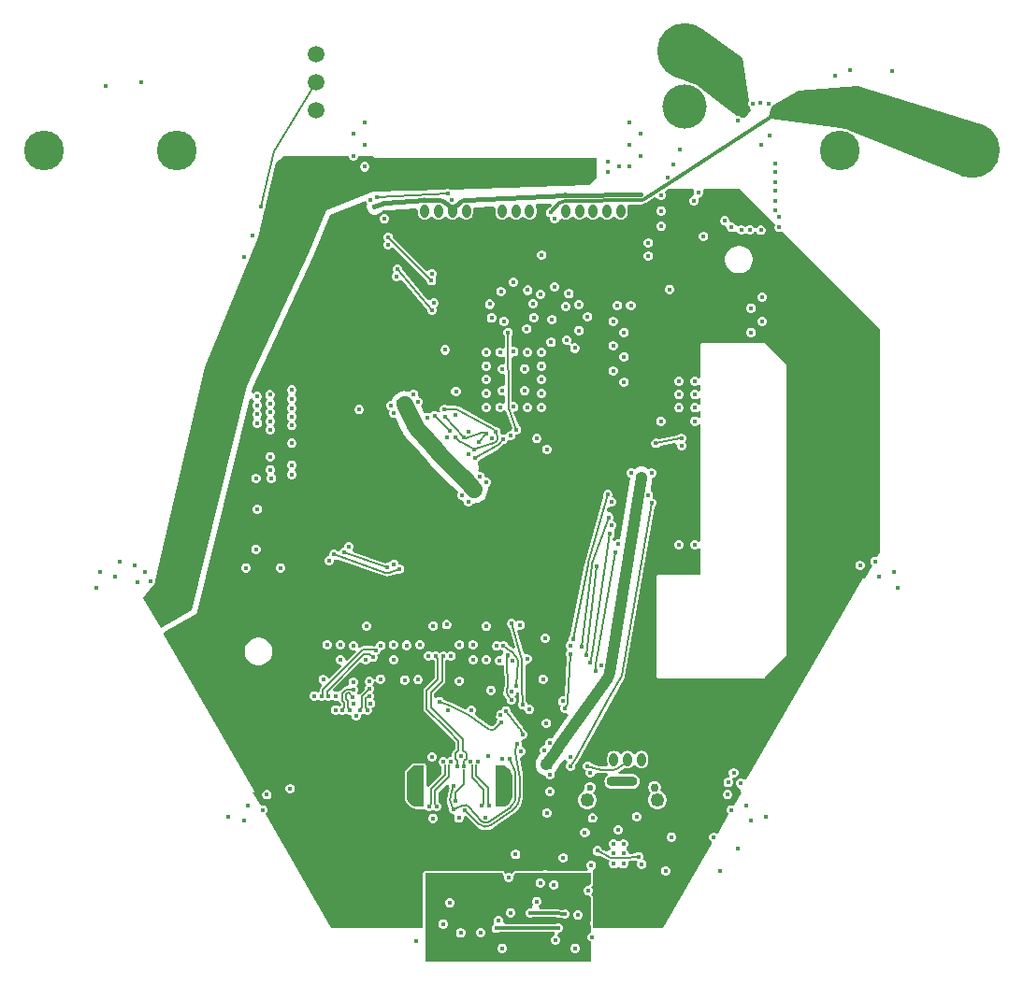
<source format=gbl>
G04*
G04 #@! TF.GenerationSoftware,Altium Limited,Altium Designer,21.2.2 (38)*
G04*
G04 Layer_Physical_Order=4*
G04 Layer_Color=16711680*
%FSLAX25Y25*%
%MOIN*%
G70*
G04*
G04 #@! TF.SameCoordinates,0FD90602-BBB3-4F14-90EE-D32430874176*
G04*
G04*
G04 #@! TF.FilePolarity,Positive*
G04*
G01*
G75*
%ADD10C,0.01181*%
%ADD11C,0.05906*%
%ADD12C,0.01575*%
%ADD13C,0.00787*%
%ADD20C,0.07874*%
%ADD21C,0.03937*%
%ADD25C,0.00787*%
%ADD26C,0.00512*%
%ADD105C,0.00630*%
%ADD108C,0.15748*%
%ADD109O,0.03150X0.04724*%
G04:AMPARAMS|DCode=110|XSize=47.24mil|YSize=27.56mil|CornerRadius=0mil|HoleSize=0mil|Usage=FLASHONLY|Rotation=45.000|XOffset=0mil|YOffset=0mil|HoleType=Round|Shape=Round|*
%AMOVALD110*
21,1,0.01968,0.02756,0.00000,0.00000,45.0*
1,1,0.02756,-0.00696,-0.00696*
1,1,0.02756,0.00696,0.00696*
%
%ADD110OVALD110*%

G04:AMPARAMS|DCode=111|XSize=47.24mil|YSize=27.56mil|CornerRadius=0mil|HoleSize=0mil|Usage=FLASHONLY|Rotation=135.000|XOffset=0mil|YOffset=0mil|HoleType=Round|Shape=Round|*
%AMOVALD111*
21,1,0.01968,0.02756,0.00000,0.00000,135.0*
1,1,0.02756,0.00696,-0.00696*
1,1,0.02756,-0.00696,0.00696*
%
%ADD111OVALD111*%

%ADD112O,0.02559X0.01772*%
%ADD113C,0.14173*%
%ADD114O,0.11024X0.03543*%
%ADD115C,0.02953*%
%ADD116C,0.02362*%
%ADD117C,0.04921*%
%ADD118C,0.05906*%
%ADD119C,0.01772*%
G36*
X268554Y326181D02*
X270983Y311046D01*
X270924Y310987D01*
X270669Y310372D01*
Y309706D01*
X270924Y309092D01*
X271368Y308648D01*
X271555Y307480D01*
X269417Y304955D01*
X269161Y304897D01*
X267921Y305016D01*
X267778Y305159D01*
X267164Y305413D01*
X266686D01*
X262593Y308648D01*
X252362Y316732D01*
X245236Y319284D01*
X244806Y320384D01*
X253046Y336143D01*
X254195Y336418D01*
X268554Y326181D01*
D02*
G37*
G36*
X137054Y291031D02*
X137228Y290771D01*
X137488Y290597D01*
X137795Y290536D01*
X216535D01*
X216535Y283513D01*
X213929Y280825D01*
X164377Y279296D01*
X163817Y279527D01*
X163152D01*
X162537Y279273D01*
X162501Y279238D01*
X136811Y278445D01*
X120177Y271752D01*
X113780Y256496D01*
X92030Y209396D01*
X72244Y129232D01*
X61084Y122869D01*
X54818Y133722D01*
X58158Y137902D01*
X58374Y137992D01*
X58845Y138463D01*
X59099Y139078D01*
Y139743D01*
X59088Y139770D01*
X76772Y215945D01*
X95845Y262312D01*
X95845Y262312D01*
D01*
X96101Y263403D01*
X98159Y272170D01*
X98269Y272281D01*
X98524Y272896D01*
Y273561D01*
X98499Y273621D01*
X102098Y288954D01*
X105106Y291339D01*
X128248D01*
Y291006D01*
X128503Y290391D01*
X128973Y289920D01*
X129588Y289665D01*
X130254D01*
X130869Y289920D01*
X131340Y290391D01*
X131595Y291006D01*
Y291339D01*
X136993D01*
X137054Y291031D01*
D02*
G37*
G36*
X352666Y302912D02*
X353193Y301855D01*
X347079Y284948D01*
X346001Y284466D01*
X307069Y300158D01*
X306879Y300285D01*
X305446Y300879D01*
X305122Y300943D01*
X305020Y300984D01*
X304717Y301024D01*
X303925Y301181D01*
X303505D01*
X278659Y304410D01*
X278016Y305401D01*
X279049Y308867D01*
X279174Y308993D01*
X279274Y309232D01*
X288555Y314469D01*
X309449Y316240D01*
X352666Y302912D01*
D02*
G37*
G36*
X250936Y279527D02*
X251386Y278740D01*
X251280Y278482D01*
Y277817D01*
X251346Y277658D01*
X250849Y276871D01*
X250841Y276867D01*
X250233Y276615D01*
X250148Y276530D01*
X249763Y276145D01*
X249508Y275530D01*
Y274864D01*
X249763Y274249D01*
X250233Y273778D01*
X250848Y273524D01*
X251514D01*
X252129Y273778D01*
X252600Y274249D01*
X252854Y274864D01*
Y275530D01*
X252788Y275689D01*
X253285Y276476D01*
X253293Y276480D01*
X253901Y276731D01*
X253986Y276816D01*
X254371Y277202D01*
X254626Y277817D01*
Y278482D01*
X254519Y278740D01*
X254970Y279527D01*
X267717D01*
X267717Y279527D01*
X280313Y266931D01*
X280078Y266696D01*
X279823Y266081D01*
Y265415D01*
X280078Y264800D01*
X280548Y264330D01*
X281163Y264075D01*
X281829D01*
X282444Y264330D01*
X282679Y264565D01*
X317658Y229586D01*
Y149907D01*
X316642Y148148D01*
X316131Y148360D01*
X315466D01*
X314851Y148105D01*
X314380Y147634D01*
X314125Y147019D01*
Y146353D01*
X314380Y145738D01*
X314851Y145268D01*
X314898Y145129D01*
X312260Y140563D01*
X311966Y140663D01*
X311654Y140643D01*
X311373Y140504D01*
X311166Y140269D01*
X311166Y140269D01*
X269909Y68809D01*
X268977Y68769D01*
X268782Y68965D01*
X268167Y69219D01*
X267501D01*
X266886Y68965D01*
X266415Y68494D01*
X266161Y67879D01*
Y67213D01*
X266415Y66598D01*
X266886Y66128D01*
X267343Y65939D01*
X267610Y65587D01*
X267800Y65086D01*
X267758Y64962D01*
X267779Y64649D01*
X267917Y64368D01*
X268134Y64178D01*
X265437Y59509D01*
X264950Y59711D01*
X264285D01*
X263670Y59456D01*
X263199Y58986D01*
X262944Y58371D01*
Y57705D01*
X263199Y57090D01*
X263670Y56620D01*
X263706Y56512D01*
X259775Y49707D01*
X259314Y49647D01*
X258699Y49902D01*
X258033D01*
X257418Y49647D01*
X256948Y49176D01*
X256693Y48561D01*
Y47896D01*
X256948Y47280D01*
X257418Y46810D01*
X257671Y46065D01*
X240158Y15748D01*
X215370D01*
Y16531D01*
X215370Y16531D01*
X215309Y16839D01*
X215246Y16932D01*
X215074Y17346D01*
Y17693D01*
X215246Y18107D01*
X215309Y18201D01*
X215370Y18508D01*
Y26491D01*
X215350Y26592D01*
X215344Y26695D01*
X215319Y26744D01*
X215309Y26799D01*
X215252Y26884D01*
X215207Y26976D01*
X214558Y27832D01*
X214915Y28190D01*
X215170Y28805D01*
Y29470D01*
X214915Y30085D01*
X214558Y30443D01*
X214842Y30817D01*
X214916Y30891D01*
X214937Y30943D01*
X215207Y31299D01*
X215252Y31391D01*
X215309Y31477D01*
X215319Y31531D01*
X215344Y31580D01*
X215350Y31683D01*
X215370Y31784D01*
Y35433D01*
X215309Y35740D01*
X215225Y35866D01*
X215309Y36484D01*
X215410Y36764D01*
X215613Y36848D01*
X216084Y37319D01*
X216339Y37934D01*
Y38600D01*
X216084Y39215D01*
X215613Y39685D01*
X214998Y39940D01*
X214333D01*
X213718Y39685D01*
X213247Y39215D01*
X212992Y38600D01*
Y37934D01*
X213247Y37319D01*
X213543Y37023D01*
X213295Y36236D01*
X199103D01*
X199091Y36248D01*
X198476Y36503D01*
X197810D01*
X197195Y36248D01*
X197183Y36236D01*
X187644D01*
X187545Y36216D01*
X187445Y36211D01*
X187393Y36186D01*
X187337Y36175D01*
X187253Y36119D01*
X187162Y36075D01*
X187124Y36033D01*
X187076Y36001D01*
X187021Y35917D01*
X186953Y35842D01*
X186663Y35352D01*
X186236Y35298D01*
X185621Y35553D01*
X184955D01*
X184340Y35298D01*
X183912Y35352D01*
X183622Y35842D01*
X183555Y35917D01*
X183499Y36001D01*
X183451Y36033D01*
X183413Y36075D01*
X183322Y36119D01*
X183239Y36175D01*
X183182Y36186D01*
X183131Y36211D01*
X183030Y36216D01*
X182931Y36236D01*
X155512D01*
X155205Y36175D01*
X154944Y36001D01*
X154770Y35740D01*
X154709Y35433D01*
Y15748D01*
X122003D01*
X98488Y56479D01*
X98535Y56620D01*
X99006Y57090D01*
X99261Y57705D01*
Y58371D01*
X99006Y58986D01*
X98535Y59456D01*
X97920Y59711D01*
X97255D01*
X96744Y59500D01*
X94052Y64162D01*
X94287Y64368D01*
X94426Y64649D01*
X94446Y64962D01*
X94345Y65259D01*
X62367Y120647D01*
X62573Y121407D01*
X73238Y127489D01*
X73258Y127506D01*
X73282Y127514D01*
X73553Y127761D01*
X73830Y128002D01*
X73841Y128025D01*
X73860Y128042D01*
X74016Y128374D01*
X74180Y128702D01*
X74182Y128728D01*
X74193Y128751D01*
X92938Y204697D01*
X93763Y205033D01*
X93827Y205014D01*
X94054Y204466D01*
X94248Y204272D01*
X94502Y203931D01*
X94258Y203253D01*
X94216Y203212D01*
X93961Y202597D01*
Y201931D01*
X94216Y201316D01*
X94297Y201235D01*
X94568Y200651D01*
X94297Y200206D01*
X94152Y200062D01*
X93898Y199447D01*
Y198781D01*
X94152Y198166D01*
X94371Y197948D01*
X94582Y197563D01*
X94391Y196940D01*
X94265Y196814D01*
X94011Y196199D01*
Y195533D01*
X94265Y194918D01*
X94736Y194448D01*
X95351Y194193D01*
X96017D01*
X96632Y194448D01*
X97102Y194918D01*
X97357Y195533D01*
Y196199D01*
X97102Y196814D01*
X96884Y197032D01*
X96672Y197417D01*
X96864Y198041D01*
X96989Y198166D01*
X97244Y198781D01*
Y199447D01*
X96989Y200062D01*
X96909Y200143D01*
X96637Y200727D01*
X96909Y201171D01*
X97053Y201316D01*
X97308Y201931D01*
Y202597D01*
X97053Y203212D01*
X96859Y203405D01*
X96605Y203746D01*
X96849Y204424D01*
X96891Y204466D01*
X97146Y205081D01*
Y205746D01*
X96891Y206361D01*
X96420Y206832D01*
X95805Y207087D01*
X95140D01*
X94525Y206832D01*
X94194Y206501D01*
X93469Y206850D01*
X93933Y208729D01*
X115602Y255655D01*
X115610Y255690D01*
X115630Y255720D01*
X121704Y270203D01*
X134142Y275207D01*
X134232Y275147D01*
X134487Y274532D01*
X134835Y274183D01*
X134651Y273528D01*
X134641Y272802D01*
X134820Y272099D01*
X135175Y271466D01*
X135681Y270946D01*
X136305Y270576D01*
X137004Y270379D01*
X137729Y270370D01*
X138433Y270548D01*
X141427Y271744D01*
X141449Y271731D01*
X141449Y271731D01*
X141532Y271765D01*
X142204Y271867D01*
X152206Y272588D01*
X152932Y271851D01*
Y270866D01*
X153014Y270250D01*
X153252Y269675D01*
X153630Y269181D01*
X154124Y268803D01*
X154698Y268565D01*
X155315Y268483D01*
X155932Y268565D01*
X156506Y268803D01*
X157000Y269181D01*
X157341Y269626D01*
X157701Y269675D01*
X157850D01*
X158210Y269626D01*
X158552Y269181D01*
X159045Y268803D01*
X159620Y268565D01*
X160236Y268483D01*
X160853Y268565D01*
X161427Y268803D01*
X161921Y269181D01*
X162255Y269616D01*
X162275Y269628D01*
X162622Y269675D01*
X162772D01*
X163132Y269626D01*
X163473Y269181D01*
X163966Y268803D01*
X164541Y268565D01*
X165157Y268483D01*
X165774Y268565D01*
X166349Y268803D01*
X166842Y269181D01*
X167183Y269626D01*
X167543Y269675D01*
X167693D01*
X168040Y269628D01*
X168060Y269616D01*
X168394Y269181D01*
X168887Y268803D01*
X169462Y268565D01*
X170079Y268483D01*
X170695Y268565D01*
X171270Y268803D01*
X171764Y269181D01*
X172142Y269675D01*
X172380Y270250D01*
X172461Y270866D01*
Y272441D01*
X172887Y272952D01*
X179874Y273302D01*
X180505Y272545D01*
X180491Y272441D01*
Y270866D01*
X180573Y270250D01*
X180811Y269675D01*
X181189Y269181D01*
X181683Y268803D01*
X182257Y268565D01*
X182874Y268483D01*
X183491Y268565D01*
X184065Y268803D01*
X184559Y269181D01*
X184900Y269626D01*
X185260Y269675D01*
X185409D01*
X185769Y269626D01*
X186111Y269181D01*
X186604Y268803D01*
X187179Y268565D01*
X187795Y268483D01*
X188412Y268565D01*
X188987Y268803D01*
X189480Y269181D01*
X189821Y269626D01*
X190181Y269675D01*
X190331D01*
X190691Y269626D01*
X191032Y269181D01*
X191525Y268803D01*
X192100Y268565D01*
X192717Y268483D01*
X193333Y268565D01*
X193908Y268803D01*
X194401Y269181D01*
X194780Y269675D01*
X195018Y270250D01*
X195099Y270866D01*
Y272441D01*
X195018Y273058D01*
X194931Y273267D01*
X195364Y274077D01*
X200277Y274323D01*
X200605Y273607D01*
X199801Y272763D01*
X199208Y272518D01*
X198738Y272047D01*
X198483Y271432D01*
Y270767D01*
X198738Y270152D01*
X199208Y269681D01*
X199823Y269426D01*
X199935D01*
X200000Y269329D01*
Y268663D01*
X200255Y268048D01*
X200726Y267578D01*
X201340Y267323D01*
X202006D01*
X202621Y267578D01*
X203092Y268048D01*
X203321Y268602D01*
X203451Y268701D01*
X204134Y268946D01*
X204321Y268803D01*
X204895Y268565D01*
X205512Y268483D01*
X206129Y268565D01*
X206703Y268803D01*
X207197Y269181D01*
X207538Y269626D01*
X207898Y269675D01*
X208047D01*
X208407Y269626D01*
X208748Y269181D01*
X209242Y268803D01*
X209816Y268565D01*
X210433Y268483D01*
X211050Y268565D01*
X211624Y268803D01*
X212118Y269181D01*
X212459Y269626D01*
X212819Y269675D01*
X212968D01*
X213329Y269626D01*
X213670Y269181D01*
X214163Y268803D01*
X214738Y268565D01*
X215354Y268483D01*
X215971Y268565D01*
X216546Y268803D01*
X217039Y269181D01*
X217380Y269626D01*
X217740Y269675D01*
X217890D01*
X218250Y269626D01*
X218591Y269181D01*
X219084Y268803D01*
X219659Y268565D01*
X220276Y268483D01*
X220892Y268565D01*
X221467Y268803D01*
X221960Y269181D01*
X222302Y269626D01*
X222661Y269675D01*
X222811D01*
X223171Y269626D01*
X223512Y269181D01*
X224006Y268803D01*
X224580Y268565D01*
X225197Y268483D01*
X225814Y268565D01*
X226388Y268803D01*
X226882Y269181D01*
X227260Y269675D01*
X227498Y270250D01*
X227579Y270866D01*
Y272441D01*
X227498Y273058D01*
X227419Y273250D01*
X227883Y274038D01*
X232291Y274048D01*
X232291Y274045D01*
X233193Y274164D01*
X234040Y274515D01*
X234126Y274581D01*
X234172Y274599D01*
X237173Y276514D01*
X238148Y276218D01*
X238619Y275747D01*
X239234Y275492D01*
X239900D01*
X240515Y275747D01*
X240985Y276218D01*
X241240Y276833D01*
Y277498D01*
X240985Y278113D01*
X241156Y279056D01*
X241896Y279527D01*
X250936D01*
D02*
G37*
G36*
X214567Y31784D02*
X213829Y30811D01*
X213164D01*
X212549Y30556D01*
X212078Y30085D01*
X211823Y29470D01*
Y28805D01*
X212078Y28190D01*
X212549Y27719D01*
X213164Y27464D01*
X213829D01*
X214567Y26491D01*
Y18508D01*
X214526Y18467D01*
X214272Y17853D01*
Y17187D01*
X214526Y16572D01*
X214567Y16531D01*
Y14304D01*
X214111Y14115D01*
X213641Y13645D01*
X213386Y13030D01*
Y12364D01*
X213641Y11749D01*
X214111Y11278D01*
X214567Y11090D01*
Y3937D01*
X155512D01*
Y35433D01*
X182931D01*
X183631Y34252D01*
X183615Y34213D01*
Y33547D01*
X183869Y32932D01*
X184340Y32461D01*
X184955Y32207D01*
X185621D01*
X186236Y32461D01*
X186706Y32932D01*
X186961Y33547D01*
Y34213D01*
X186945Y34252D01*
X187644Y35433D01*
X214567D01*
Y31784D01*
D02*
G37*
%LPC*%
G36*
X134191Y289075D02*
X133526D01*
X132911Y288820D01*
X132440Y288349D01*
X132185Y287734D01*
Y287069D01*
X132440Y286454D01*
X132911Y285983D01*
X133526Y285728D01*
X134191D01*
X134806Y285983D01*
X135277Y286454D01*
X135531Y287069D01*
Y287734D01*
X135277Y288349D01*
X134806Y288820D01*
X134191Y289075D01*
D02*
G37*
G36*
X239900Y273327D02*
X239234D01*
X238619Y273072D01*
X238148Y272601D01*
X237894Y271986D01*
Y271321D01*
X238148Y270706D01*
X238619Y270235D01*
X239234Y269980D01*
X239900D01*
X240515Y270235D01*
X240985Y270706D01*
X241240Y271321D01*
Y271986D01*
X240985Y272601D01*
X240515Y273072D01*
X239900Y273327D01*
D02*
G37*
G36*
X141278Y270472D02*
X140612D01*
X139997Y270218D01*
X139526Y269747D01*
X139272Y269132D01*
Y268466D01*
X139526Y267851D01*
X139997Y267381D01*
X140612Y267126D01*
X141278D01*
X141893Y267381D01*
X142363Y267851D01*
X142618Y268466D01*
Y269132D01*
X142363Y269747D01*
X141893Y270218D01*
X141278Y270472D01*
D02*
G37*
G36*
X239900Y267815D02*
X239234D01*
X238619Y267560D01*
X238148Y267090D01*
X237894Y266475D01*
Y265809D01*
X238148Y265194D01*
X238619Y264723D01*
X239234Y264469D01*
X239900D01*
X240515Y264723D01*
X240985Y265194D01*
X241240Y265809D01*
Y266475D01*
X240985Y267090D01*
X240515Y267560D01*
X239900Y267815D01*
D02*
G37*
G36*
X262538Y269783D02*
X261872D01*
X261257Y269529D01*
X260786Y269058D01*
X260531Y268443D01*
Y267777D01*
X260786Y267162D01*
X261257Y266692D01*
X261872Y266437D01*
X262287D01*
X262670Y266244D01*
X262992Y265773D01*
Y265415D01*
X263247Y264800D01*
X263718Y264330D01*
X264333Y264075D01*
X264998D01*
X265613Y264330D01*
X265710Y264426D01*
X266609Y264212D01*
X266692Y264013D01*
X267162Y263542D01*
X267777Y263287D01*
X268443D01*
X269058Y263542D01*
X269171Y263655D01*
X269685Y263929D01*
X270199Y263655D01*
X270312Y263542D01*
X270927Y263287D01*
X271593D01*
X272208Y263542D01*
X272678Y264013D01*
X272712Y264095D01*
X273565D01*
X273680Y263816D01*
X274151Y263345D01*
X274766Y263090D01*
X275431D01*
X276046Y263345D01*
X276517Y263816D01*
X276772Y264431D01*
Y265097D01*
X276517Y265712D01*
X276046Y266182D01*
X275431Y266437D01*
X274766D01*
X274151Y266182D01*
X273680Y265712D01*
X273646Y265630D01*
X272794D01*
X272678Y265908D01*
X272208Y266379D01*
X271593Y266634D01*
X270927D01*
X270312Y266379D01*
X270199Y266266D01*
X269685Y265992D01*
X269171Y266266D01*
X269058Y266379D01*
X268443Y266634D01*
X267777D01*
X267162Y266379D01*
X267066Y266283D01*
X266166Y266497D01*
X266084Y266696D01*
X265613Y267166D01*
X264998Y267421D01*
X264583D01*
X264200Y267615D01*
X263878Y268085D01*
Y268443D01*
X263623Y269058D01*
X263153Y269529D01*
X262538Y269783D01*
D02*
G37*
G36*
X255057Y264272D02*
X254392D01*
X253777Y264017D01*
X253306Y263546D01*
X253051Y262931D01*
Y262266D01*
X253306Y261651D01*
X253777Y261180D01*
X254392Y260925D01*
X255057D01*
X255672Y261180D01*
X256143Y261651D01*
X256398Y262266D01*
Y262931D01*
X256143Y263546D01*
X255672Y264017D01*
X255057Y264272D01*
D02*
G37*
G36*
X235372Y261909D02*
X234707D01*
X234092Y261655D01*
X233621Y261184D01*
X233366Y260569D01*
Y259903D01*
X233621Y259288D01*
X234092Y258818D01*
X234707Y258563D01*
X235372D01*
X235987Y258818D01*
X236458Y259288D01*
X236713Y259903D01*
Y260569D01*
X236458Y261184D01*
X235987Y261655D01*
X235372Y261909D01*
D02*
G37*
G36*
X197380Y257579D02*
X196714D01*
X196099Y257324D01*
X195629Y256853D01*
X195374Y256238D01*
Y255573D01*
X195629Y254958D01*
X196099Y254487D01*
X196714Y254232D01*
X197380D01*
X197995Y254487D01*
X198466Y254958D01*
X198721Y255573D01*
Y256238D01*
X198466Y256853D01*
X197995Y257324D01*
X197380Y257579D01*
D02*
G37*
G36*
X235372Y257185D02*
X234707D01*
X234092Y256930D01*
X233621Y256460D01*
X233366Y255845D01*
Y255179D01*
X233621Y254564D01*
X234092Y254093D01*
X234707Y253839D01*
X235372D01*
X235987Y254093D01*
X236458Y254564D01*
X236713Y255179D01*
Y255845D01*
X236458Y256460D01*
X235987Y256930D01*
X235372Y257185D01*
D02*
G37*
G36*
X267808Y259252D02*
X266838D01*
X265887Y259063D01*
X264992Y258692D01*
X264186Y258154D01*
X263500Y257468D01*
X262962Y256662D01*
X262591Y255766D01*
X262402Y254816D01*
Y253846D01*
X262591Y252895D01*
X262962Y252000D01*
X263500Y251194D01*
X264186Y250508D01*
X264992Y249970D01*
X265887Y249599D01*
X266838Y249410D01*
X267808D01*
X268758Y249599D01*
X269654Y249970D01*
X270460Y250508D01*
X271146Y251194D01*
X271684Y252000D01*
X272055Y252895D01*
X272244Y253846D01*
Y254816D01*
X272055Y255766D01*
X271684Y256662D01*
X271146Y257468D01*
X270460Y258154D01*
X269654Y258692D01*
X268758Y259063D01*
X267808Y259252D01*
D02*
G37*
G36*
X142656Y263976D02*
X141990D01*
X141375Y263722D01*
X140904Y263251D01*
X140650Y262636D01*
Y261970D01*
X140904Y261355D01*
X141236Y261024D01*
X140806Y260593D01*
X140551Y259979D01*
Y259313D01*
X140806Y258698D01*
X141277Y258227D01*
X141892Y257972D01*
X142557D01*
X143172Y258227D01*
X143361Y258416D01*
X144359Y258526D01*
X156004Y246733D01*
Y246419D01*
X156259Y245804D01*
X156729Y245334D01*
X157344Y245079D01*
X158010D01*
X158625Y245334D01*
X159096Y245804D01*
X159350Y246419D01*
Y247085D01*
X159096Y247700D01*
X159391Y248363D01*
X159646Y248978D01*
Y249644D01*
X159391Y250259D01*
X158920Y250729D01*
X158305Y250984D01*
X157640D01*
X157025Y250729D01*
X156785Y250490D01*
X155808Y250359D01*
X143996Y262322D01*
Y262636D01*
X143741Y263251D01*
X143271Y263722D01*
X142656Y263976D01*
D02*
G37*
G36*
X187235Y247920D02*
X186570D01*
X185955Y247666D01*
X185484Y247195D01*
X185229Y246580D01*
Y245914D01*
X185484Y245299D01*
X185955Y244829D01*
X186570Y244574D01*
X187235D01*
X187850Y244829D01*
X188321Y245299D01*
X188576Y245914D01*
Y246580D01*
X188321Y247195D01*
X187850Y247666D01*
X187235Y247920D01*
D02*
G37*
G36*
X201908Y246161D02*
X201242D01*
X200627Y245907D01*
X200156Y245436D01*
X199902Y244821D01*
Y244155D01*
X200156Y243540D01*
X200627Y243070D01*
X201242Y242815D01*
X201908D01*
X202523Y243070D01*
X202993Y243540D01*
X203248Y244155D01*
Y244821D01*
X202993Y245436D01*
X202523Y245907D01*
X201908Y246161D01*
D02*
G37*
G36*
X242852Y245374D02*
X242187D01*
X241572Y245119D01*
X241101Y244649D01*
X240846Y244034D01*
Y243368D01*
X241101Y242753D01*
X241572Y242282D01*
X242187Y242028D01*
X242852D01*
X243467Y242282D01*
X243938Y242753D01*
X244193Y243368D01*
Y244034D01*
X243938Y244649D01*
X243467Y245119D01*
X242852Y245374D01*
D02*
G37*
G36*
X192360Y245079D02*
X191695D01*
X191080Y244824D01*
X190609Y244353D01*
X190354Y243738D01*
Y243073D01*
X190609Y242458D01*
X191080Y241987D01*
X191695Y241732D01*
X192360D01*
X192975Y241987D01*
X193446Y242458D01*
X193701Y243073D01*
Y243738D01*
X193446Y244353D01*
X192975Y244824D01*
X192360Y245079D01*
D02*
G37*
G36*
X182767Y244505D02*
X182101D01*
X181486Y244250D01*
X181015Y243779D01*
X180761Y243164D01*
Y242499D01*
X181015Y241884D01*
X181486Y241413D01*
X182101Y241158D01*
X182767D01*
X183382Y241413D01*
X183852Y241884D01*
X184107Y242499D01*
Y243164D01*
X183852Y243779D01*
X183382Y244250D01*
X182767Y244505D01*
D02*
G37*
G36*
X207026Y243799D02*
X206360D01*
X205745Y243545D01*
X205274Y243074D01*
X205020Y242459D01*
Y241793D01*
X205274Y241178D01*
X205745Y240707D01*
X206360Y240453D01*
X207026D01*
X207641Y240707D01*
X208111Y241178D01*
X208366Y241793D01*
Y242459D01*
X208111Y243074D01*
X207641Y243545D01*
X207026Y243799D01*
D02*
G37*
G36*
X196888Y243504D02*
X196222D01*
X195607Y243249D01*
X195137Y242778D01*
X194882Y242163D01*
Y241498D01*
X195137Y240883D01*
X195607Y240412D01*
X196222Y240158D01*
X196888D01*
X197503Y240412D01*
X197974Y240883D01*
X198228Y241498D01*
Y242163D01*
X197974Y242778D01*
X197503Y243249D01*
X196888Y243504D01*
D02*
G37*
G36*
X275923Y242618D02*
X275258D01*
X274643Y242363D01*
X274172Y241893D01*
X273917Y241278D01*
Y240612D01*
X274172Y239997D01*
X274643Y239526D01*
X275258Y239272D01*
X275923D01*
X276538Y239526D01*
X277009Y239997D01*
X277264Y240612D01*
Y241278D01*
X277009Y241893D01*
X276538Y242363D01*
X275923Y242618D01*
D02*
G37*
G36*
X194260Y240172D02*
X193594D01*
X192979Y239917D01*
X192508Y239447D01*
X192254Y238832D01*
Y238166D01*
X192508Y237551D01*
X192979Y237080D01*
X193594Y236826D01*
X194260D01*
X194875Y237080D01*
X195345Y237551D01*
X195600Y238166D01*
Y238832D01*
X195345Y239447D01*
X194875Y239917D01*
X194260Y240172D01*
D02*
G37*
G36*
X178778Y240079D02*
X178112D01*
X177497Y239824D01*
X177026Y239353D01*
X176772Y238738D01*
Y238073D01*
X177026Y237458D01*
X177497Y236987D01*
X178112Y236732D01*
X178778D01*
X179393Y236987D01*
X179863Y237458D01*
X180118Y238073D01*
Y238738D01*
X179863Y239353D01*
X179393Y239824D01*
X178778Y240079D01*
D02*
G37*
G36*
X210569Y239862D02*
X209903D01*
X209288Y239608D01*
X208818Y239137D01*
X208563Y238522D01*
Y237856D01*
X208818Y237241D01*
X209288Y236771D01*
X209903Y236516D01*
X210569D01*
X211184Y236771D01*
X211655Y237241D01*
X211910Y237856D01*
Y238522D01*
X211655Y239137D01*
X211184Y239608D01*
X210569Y239862D01*
D02*
G37*
G36*
X229073Y239567D02*
X228407D01*
X227792Y239312D01*
X227322Y238842D01*
X227067Y238227D01*
Y237561D01*
X227322Y236946D01*
X227792Y236475D01*
X228407Y236220D01*
X229073D01*
X229688Y236475D01*
X230159Y236946D01*
X230413Y237561D01*
Y238227D01*
X230159Y238842D01*
X229688Y239312D01*
X229073Y239567D01*
D02*
G37*
G36*
X224349D02*
X223683D01*
X223068Y239312D01*
X222597Y238842D01*
X222343Y238227D01*
Y237561D01*
X222597Y236946D01*
X223068Y236475D01*
X223683Y236220D01*
X224349D01*
X224964Y236475D01*
X225434Y236946D01*
X225689Y237561D01*
Y238227D01*
X225434Y238842D01*
X224964Y239312D01*
X224349Y239567D01*
D02*
G37*
G36*
X205943Y239173D02*
X205277D01*
X204662Y238918D01*
X204192Y238448D01*
X203937Y237833D01*
Y237167D01*
X204192Y236552D01*
X204662Y236082D01*
X205277Y235827D01*
X205943D01*
X206558Y236082D01*
X207029Y236552D01*
X207283Y237167D01*
Y237833D01*
X207029Y238448D01*
X206558Y238918D01*
X205943Y239173D01*
D02*
G37*
G36*
X271986Y238681D02*
X271321D01*
X270706Y238426D01*
X270235Y237956D01*
X269980Y237341D01*
Y236675D01*
X270235Y236060D01*
X270706Y235589D01*
X271321Y235335D01*
X271986D01*
X272601Y235589D01*
X273072Y236060D01*
X273327Y236675D01*
Y237341D01*
X273072Y237956D01*
X272601Y238426D01*
X271986Y238681D01*
D02*
G37*
G36*
X145968Y252537D02*
X145302D01*
X144687Y252282D01*
X144217Y251811D01*
X143962Y251196D01*
Y250531D01*
X144217Y249916D01*
X144255Y249877D01*
X144229Y249745D01*
X143759Y249274D01*
X143504Y248660D01*
Y247994D01*
X143759Y247379D01*
X144229Y246908D01*
X144844Y246654D01*
X145510D01*
X146125Y246908D01*
X146249Y247032D01*
X147251Y247061D01*
X156206Y236381D01*
Y235927D01*
X156461Y235312D01*
X156932Y234842D01*
X157547Y234587D01*
X158212D01*
X158827Y234842D01*
X159298Y235312D01*
X159553Y235927D01*
Y236593D01*
X159298Y237208D01*
X159321Y237323D01*
X159412Y237361D01*
X159883Y237832D01*
X160138Y238447D01*
Y239112D01*
X159883Y239727D01*
X159412Y240198D01*
X158797Y240453D01*
X158132D01*
X157517Y240198D01*
X157332Y240013D01*
X156353Y239955D01*
X147308Y250742D01*
Y251196D01*
X147054Y251811D01*
X146583Y252282D01*
X145968Y252537D01*
D02*
G37*
G36*
X213719Y235531D02*
X213053D01*
X212438Y235277D01*
X211967Y234806D01*
X211713Y234191D01*
Y233525D01*
X211967Y232910D01*
X212438Y232440D01*
X213053Y232185D01*
X213719D01*
X214334Y232440D01*
X214804Y232910D01*
X215059Y233525D01*
Y234191D01*
X214804Y234806D01*
X214334Y235277D01*
X213719Y235531D01*
D02*
G37*
G36*
X194473Y235202D02*
X193808D01*
X193193Y234947D01*
X192722Y234477D01*
X192467Y233862D01*
Y233196D01*
X192722Y232581D01*
X193193Y232111D01*
X193808Y231856D01*
X194473D01*
X195088Y232111D01*
X195559Y232581D01*
X195814Y233196D01*
Y233862D01*
X195559Y234477D01*
X195088Y234947D01*
X194473Y235202D01*
D02*
G37*
G36*
X179467Y235138D02*
X178801D01*
X178186Y234883D01*
X177715Y234412D01*
X177461Y233797D01*
Y233132D01*
X177715Y232517D01*
X178186Y232046D01*
X178801Y231791D01*
X179467D01*
X180082Y232046D01*
X180552Y232517D01*
X180807Y233132D01*
Y233797D01*
X180552Y234412D01*
X180082Y234883D01*
X179467Y235138D01*
D02*
G37*
G36*
X201022Y234646D02*
X200356D01*
X199741Y234391D01*
X199270Y233920D01*
X199016Y233305D01*
Y232640D01*
X199270Y232025D01*
X199741Y231554D01*
X200356Y231299D01*
X201022D01*
X201637Y231554D01*
X202108Y232025D01*
X202362Y232640D01*
Y233305D01*
X202108Y233920D01*
X201637Y234391D01*
X201022Y234646D01*
D02*
G37*
G36*
X275923Y233957D02*
X275258D01*
X274643Y233702D01*
X274172Y233231D01*
X273917Y232616D01*
Y231951D01*
X274172Y231336D01*
X274643Y230865D01*
X275258Y230610D01*
X275923D01*
X276538Y230865D01*
X277009Y231336D01*
X277264Y231951D01*
Y232616D01*
X277009Y233231D01*
X276538Y233702D01*
X275923Y233957D01*
D02*
G37*
G36*
X222774D02*
X222108D01*
X221493Y233702D01*
X221023Y233231D01*
X220768Y232616D01*
Y231951D01*
X221023Y231336D01*
X221493Y230865D01*
X222108Y230610D01*
X222774D01*
X223389Y230865D01*
X223860Y231336D01*
X224114Y231951D01*
Y232616D01*
X223860Y233231D01*
X223389Y233702D01*
X222774Y233957D01*
D02*
G37*
G36*
X183797D02*
X183132D01*
X182517Y233702D01*
X182046Y233231D01*
X181791Y232616D01*
Y231951D01*
X182046Y231336D01*
X182517Y230865D01*
X183132Y230610D01*
X183797D01*
X184412Y230865D01*
X184883Y231336D01*
X185138Y231951D01*
Y232616D01*
X184883Y233231D01*
X184412Y233702D01*
X183797Y233957D01*
D02*
G37*
G36*
X192065Y231201D02*
X191400D01*
X190785Y230946D01*
X190314Y230475D01*
X190059Y229860D01*
Y229195D01*
X190314Y228580D01*
X190785Y228109D01*
X191400Y227854D01*
X192065D01*
X192680Y228109D01*
X193151Y228580D01*
X193405Y229195D01*
Y229860D01*
X193151Y230475D01*
X192680Y230946D01*
X192065Y231201D01*
D02*
G37*
G36*
X210685Y230716D02*
X210019D01*
X209404Y230461D01*
X208933Y229991D01*
X208679Y229376D01*
Y228710D01*
X208933Y228095D01*
X209404Y227624D01*
X210019Y227370D01*
X210685D01*
X211300Y227624D01*
X211770Y228095D01*
X212025Y228710D01*
Y229376D01*
X211770Y229991D01*
X211300Y230461D01*
X210685Y230716D01*
D02*
G37*
G36*
X271986Y230020D02*
X271321D01*
X270706Y229765D01*
X270235Y229294D01*
X269980Y228679D01*
Y228014D01*
X270235Y227399D01*
X270706Y226928D01*
X271321Y226673D01*
X271986D01*
X272601Y226928D01*
X273072Y227399D01*
X273327Y228014D01*
Y228679D01*
X273072Y229294D01*
X272601Y229765D01*
X271986Y230020D01*
D02*
G37*
G36*
X226711D02*
X226045D01*
X225430Y229765D01*
X224959Y229294D01*
X224705Y228679D01*
Y228014D01*
X224959Y227399D01*
X225430Y226928D01*
X226045Y226673D01*
X226711D01*
X227326Y226928D01*
X227797Y227399D01*
X228051Y228014D01*
Y228679D01*
X227797Y229294D01*
X227326Y229765D01*
X226711Y230020D01*
D02*
G37*
G36*
X200727Y226476D02*
X200061D01*
X199446Y226222D01*
X198975Y225751D01*
X198721Y225136D01*
Y224470D01*
X198975Y223855D01*
X199446Y223385D01*
X200061Y223130D01*
X200727D01*
X201342Y223385D01*
X201812Y223855D01*
X202067Y224470D01*
Y225136D01*
X201812Y225751D01*
X201342Y226222D01*
X200727Y226476D01*
D02*
G37*
G36*
X185372Y230020D02*
X184707D01*
X184092Y229765D01*
X183621Y229294D01*
X183366Y228679D01*
Y228014D01*
X183621Y227399D01*
X183838Y227182D01*
X183847Y222979D01*
X183060Y222652D01*
X183035Y222678D01*
X182420Y222933D01*
X181754D01*
X181139Y222678D01*
X180668Y222208D01*
X180413Y221593D01*
Y220927D01*
X180668Y220312D01*
X181139Y219841D01*
X181754Y219587D01*
X182420D01*
X183035Y219841D01*
X183067Y219873D01*
X183855Y219548D01*
X183859Y217626D01*
X183073Y217028D01*
X182738D01*
X182123Y216773D01*
X181652Y216302D01*
X181398Y215687D01*
Y215021D01*
X181652Y214406D01*
X182123Y213936D01*
X182738Y213681D01*
X183404D01*
X183868Y213371D01*
X183877Y209745D01*
X183090Y209154D01*
X182738D01*
X182123Y208899D01*
X181652Y208428D01*
X181398Y207813D01*
Y207148D01*
X181652Y206533D01*
X182123Y206062D01*
X182738Y205807D01*
X183404D01*
X183886Y205486D01*
X183891Y203250D01*
X183104Y202923D01*
X183035Y202993D01*
X182420Y203248D01*
X181754D01*
X181139Y202993D01*
X180668Y202523D01*
X180413Y201908D01*
Y201242D01*
X180668Y200627D01*
X181139Y200156D01*
X181754Y199902D01*
X182420D01*
X183035Y200156D01*
X183349Y200471D01*
X183379Y200483D01*
X183394Y200486D01*
X183989Y200423D01*
X184229Y200322D01*
X186511Y194356D01*
X186378Y194034D01*
X186358Y193366D01*
X185691Y193307D01*
X185076Y193052D01*
X184605Y192582D01*
X184350Y191967D01*
X183563Y191768D01*
X183560Y191769D01*
X182894D01*
X182893Y191769D01*
X182296Y192374D01*
X182382Y192581D01*
Y193246D01*
X182127Y193861D01*
X181657Y194332D01*
X181042Y194587D01*
X180573D01*
X167677Y201773D01*
X167650Y201782D01*
X166968Y202064D01*
X166163Y202170D01*
Y202170D01*
X165376Y202167D01*
X163545Y202168D01*
X163330Y202383D01*
X162715Y202638D01*
X162049D01*
X161434Y202383D01*
X160963Y201912D01*
X160709Y201297D01*
Y200632D01*
X160932Y200093D01*
X160891Y199985D01*
X160652Y199879D01*
X160311Y199821D01*
X159965Y199881D01*
X159708Y200139D01*
X159093Y200394D01*
X158427D01*
X157812Y200139D01*
X157341Y199668D01*
X156534Y199606D01*
X155868D01*
X155253Y199352D01*
X155228Y199356D01*
X153791Y202212D01*
X154174Y202595D01*
X154429Y203210D01*
Y203876D01*
X154174Y204491D01*
X153704Y204962D01*
X153089Y205217D01*
X153023Y205896D01*
Y206562D01*
X152768Y207177D01*
X152297Y207648D01*
X151682Y207902D01*
X151016D01*
X150401Y207648D01*
X149931Y207177D01*
X149798Y207124D01*
X149671Y207181D01*
X148725Y207393D01*
X147756Y207417D01*
X146801Y207252D01*
X145896Y206903D01*
X145077Y206385D01*
X144375Y205717D01*
X143816Y204924D01*
X143423Y204038D01*
X143369Y203796D01*
X142854D01*
X142239Y203542D01*
X141768Y203071D01*
X141513Y202456D01*
Y201790D01*
X141768Y201175D01*
X142239Y200705D01*
X142775Y200483D01*
X142788Y200417D01*
X142533Y199802D01*
Y199137D01*
X142788Y198522D01*
X143259Y198051D01*
X143874Y197796D01*
X144539D01*
X144872Y197934D01*
X147361Y192987D01*
X147479Y192800D01*
X147706Y192339D01*
X148634Y190951D01*
X149231Y190270D01*
X149735Y189695D01*
X149739Y189691D01*
X149741Y189694D01*
X150589Y188847D01*
X150597Y188840D01*
X150622Y188803D01*
X150622Y188803D01*
X151150Y188219D01*
X156269Y182476D01*
X156395Y182334D01*
X156793Y181902D01*
X157351Y181350D01*
X164990Y173651D01*
X165428Y173205D01*
X165431Y173202D01*
X165538Y173091D01*
X165542Y173095D01*
X167213Y171252D01*
X167086Y171125D01*
X166831Y170510D01*
Y169844D01*
X167086Y169229D01*
X167556Y168759D01*
X168171Y168504D01*
X168412D01*
X168930Y168274D01*
X169132Y167776D01*
Y167518D01*
X169387Y166903D01*
X169857Y166433D01*
X170472Y166178D01*
X171138D01*
X171753Y166433D01*
X172224Y166903D01*
X172437Y167418D01*
X172677Y167383D01*
X173645Y167431D01*
X174585Y167666D01*
X175462Y168081D01*
X176240Y168659D01*
X176891Y169377D01*
X177389Y170209D01*
X177715Y171122D01*
X177857Y172081D01*
X177810Y173049D01*
X177747Y173298D01*
X178107Y173447D01*
X178578Y173917D01*
X178832Y174532D01*
Y175198D01*
X178578Y175813D01*
X178107Y176284D01*
X177492Y176539D01*
X176826D01*
X176673Y177203D01*
X176418Y177818D01*
X175948Y178289D01*
X175333Y178543D01*
X174855D01*
X174595Y178791D01*
X174503Y178926D01*
X174357Y179267D01*
X174504Y179615D01*
X174582Y180180D01*
X174511Y180745D01*
X174296Y181274D01*
X174181Y182047D01*
X174652Y182518D01*
X174847Y182989D01*
X181526Y186731D01*
X181530Y186724D01*
X181584Y186746D01*
X182518Y187463D01*
X182660Y187648D01*
X182698Y187677D01*
X183356Y188423D01*
X183560D01*
X184175Y188677D01*
X184645Y189148D01*
X184900Y189763D01*
X185687Y189962D01*
X185691Y189961D01*
X186356D01*
X186971Y190215D01*
X187442Y190686D01*
X187697Y191301D01*
X187717Y191968D01*
X188384Y192028D01*
X188999Y192282D01*
X189470Y192753D01*
X189724Y193368D01*
Y194034D01*
X189470Y194649D01*
X188999Y195119D01*
X188760Y195218D01*
X187053Y199680D01*
X187341Y200098D01*
X187956Y200353D01*
X188426Y200824D01*
X188681Y201439D01*
Y202104D01*
X188426Y202719D01*
X187956Y203190D01*
X187341Y203445D01*
X186675D01*
X186298Y203696D01*
X186264Y219166D01*
X187050Y219783D01*
X187341D01*
X187956Y220038D01*
X188426Y220509D01*
X188681Y221124D01*
Y221790D01*
X188426Y222404D01*
X187956Y222875D01*
X187341Y223130D01*
X186675D01*
X186255Y223410D01*
X186246Y227187D01*
X186458Y227399D01*
X186713Y228014D01*
Y228679D01*
X186458Y229294D01*
X185987Y229765D01*
X185372Y230020D01*
D02*
G37*
G36*
X222774Y225295D02*
X222108D01*
X221493Y225041D01*
X221023Y224570D01*
X220768Y223955D01*
Y223289D01*
X221023Y222674D01*
X221493Y222203D01*
X222108Y221949D01*
X222774D01*
X223389Y222203D01*
X223860Y222674D01*
X224114Y223289D01*
Y223955D01*
X223860Y224570D01*
X223389Y225041D01*
X222774Y225295D01*
D02*
G37*
G36*
X206238Y227264D02*
X205573D01*
X204958Y227009D01*
X204487Y226538D01*
X204232Y225923D01*
Y225258D01*
X204487Y224643D01*
X204958Y224172D01*
X205573Y223917D01*
X206238D01*
X206736Y224124D01*
X206877Y224021D01*
X207190Y223708D01*
X207293Y223567D01*
X207087Y223069D01*
Y222403D01*
X207341Y221788D01*
X207812Y221318D01*
X208427Y221063D01*
X209093D01*
X209708Y221318D01*
X210178Y221788D01*
X210433Y222403D01*
Y223069D01*
X210178Y223684D01*
X209708Y224155D01*
X209093Y224410D01*
X208427D01*
X207929Y224203D01*
X207788Y224306D01*
X207475Y224619D01*
X207373Y224760D01*
X207579Y225258D01*
Y225923D01*
X207324Y226538D01*
X206853Y227009D01*
X206238Y227264D01*
D02*
G37*
G36*
X162857Y223745D02*
X162192D01*
X161577Y223490D01*
X161106Y223020D01*
X160851Y222405D01*
Y221739D01*
X161106Y221124D01*
X161577Y220653D01*
X162192Y220399D01*
X162857D01*
X163472Y220653D01*
X163943Y221124D01*
X164198Y221739D01*
Y222405D01*
X163943Y223020D01*
X163472Y223490D01*
X162857Y223745D01*
D02*
G37*
G36*
X197183Y222933D02*
X196518D01*
X195903Y222678D01*
X195432Y222208D01*
X195177Y221593D01*
Y220927D01*
X195432Y220312D01*
X195903Y219841D01*
X196518Y219587D01*
X197183D01*
X197798Y219841D01*
X198269Y220312D01*
X198524Y220927D01*
Y221593D01*
X198269Y222208D01*
X197798Y222678D01*
X197183Y222933D01*
D02*
G37*
G36*
X192262D02*
X191596D01*
X190981Y222678D01*
X190511Y222208D01*
X190256Y221593D01*
Y220927D01*
X190511Y220312D01*
X190981Y219841D01*
X191596Y219587D01*
X192262D01*
X192877Y219841D01*
X193348Y220312D01*
X193602Y220927D01*
Y221593D01*
X193348Y222208D01*
X192877Y222678D01*
X192262Y222933D01*
D02*
G37*
G36*
X177498D02*
X176833D01*
X176218Y222678D01*
X175747Y222208D01*
X175492Y221593D01*
Y220927D01*
X175747Y220312D01*
X176218Y219841D01*
X176833Y219587D01*
X177498D01*
X178113Y219841D01*
X178584Y220312D01*
X178839Y220927D01*
Y221593D01*
X178584Y222208D01*
X178113Y222678D01*
X177498Y222933D01*
D02*
G37*
G36*
X226711Y221358D02*
X226045D01*
X225430Y221104D01*
X224959Y220633D01*
X224705Y220018D01*
Y219352D01*
X224959Y218737D01*
X225430Y218267D01*
X226045Y218012D01*
X226711D01*
X227326Y218267D01*
X227797Y218737D01*
X228051Y219352D01*
Y220018D01*
X227797Y220633D01*
X227326Y221104D01*
X226711Y221358D01*
D02*
G37*
G36*
X197183Y218012D02*
X196518D01*
X195903Y217757D01*
X195432Y217286D01*
X195177Y216671D01*
Y216006D01*
X195432Y215391D01*
X195903Y214920D01*
X196518Y214665D01*
X197183D01*
X197798Y214920D01*
X198269Y215391D01*
X198524Y216006D01*
Y216671D01*
X198269Y217286D01*
X197798Y217757D01*
X197183Y218012D01*
D02*
G37*
G36*
X177498D02*
X176833D01*
X176218Y217757D01*
X175747Y217286D01*
X175492Y216671D01*
Y216006D01*
X175747Y215391D01*
X176218Y214920D01*
X176833Y214665D01*
X177498D01*
X178113Y214920D01*
X178584Y215391D01*
X178839Y216006D01*
Y216671D01*
X178584Y217286D01*
X178113Y217757D01*
X177498Y218012D01*
D02*
G37*
G36*
X191278Y217028D02*
X190612D01*
X189997Y216773D01*
X189526Y216302D01*
X189272Y215687D01*
Y215021D01*
X189526Y214406D01*
X189997Y213936D01*
X190612Y213681D01*
X191278D01*
X191893Y213936D01*
X192363Y214406D01*
X192618Y215021D01*
Y215687D01*
X192363Y216302D01*
X191893Y216773D01*
X191278Y217028D01*
D02*
G37*
G36*
X222774Y216240D02*
X222108D01*
X221493Y215985D01*
X221023Y215515D01*
X220768Y214900D01*
Y214234D01*
X221023Y213619D01*
X221493Y213148D01*
X222108Y212894D01*
X222774D01*
X223389Y213148D01*
X223860Y213619D01*
X224114Y214234D01*
Y214900D01*
X223860Y215515D01*
X223389Y215985D01*
X222774Y216240D01*
D02*
G37*
G36*
X254429Y224720D02*
X254122Y224659D01*
X253861Y224485D01*
X253687Y224224D01*
X253626Y223917D01*
Y212202D01*
X253526Y212141D01*
X252839Y211960D01*
X252515Y212285D01*
X251900Y212540D01*
X251234D01*
X250619Y212285D01*
X250148Y211814D01*
X249893Y211199D01*
Y210533D01*
X250148Y209918D01*
X250619Y209448D01*
X251234Y209193D01*
X251900D01*
X252515Y209448D01*
X252839Y209772D01*
X253526Y209592D01*
X253626Y209531D01*
Y207477D01*
X253526Y207416D01*
X252839Y207236D01*
X252515Y207560D01*
X251900Y207815D01*
X251234D01*
X250619Y207560D01*
X250148Y207090D01*
X249893Y206475D01*
Y205809D01*
X250148Y205194D01*
X250619Y204723D01*
X251234Y204469D01*
X251900D01*
X252515Y204723D01*
X252839Y205048D01*
X253526Y204867D01*
X253626Y204806D01*
Y202753D01*
X253526Y202692D01*
X252839Y202512D01*
X252515Y202836D01*
X251900Y203091D01*
X251234D01*
X250619Y202836D01*
X250148Y202365D01*
X249893Y201750D01*
Y201085D01*
X250148Y200470D01*
X250619Y199999D01*
X251234Y199744D01*
X251900D01*
X252515Y199999D01*
X252839Y200323D01*
X253526Y200143D01*
X253626Y200082D01*
Y198029D01*
X253526Y197968D01*
X252839Y197787D01*
X252515Y198111D01*
X251900Y198366D01*
X251234D01*
X250619Y198111D01*
X250148Y197641D01*
X249893Y197026D01*
Y196360D01*
X250148Y195745D01*
X250619Y195274D01*
X251234Y195020D01*
X251900D01*
X252515Y195274D01*
X252839Y195599D01*
X253526Y195418D01*
X253626Y195358D01*
Y153934D01*
X253526Y153873D01*
X252839Y153693D01*
X252515Y154017D01*
X251900Y154272D01*
X251234D01*
X250619Y154017D01*
X250148Y153546D01*
X249893Y152931D01*
Y152266D01*
X250148Y151651D01*
X250619Y151180D01*
X251234Y150925D01*
X251900D01*
X252515Y151180D01*
X252839Y151504D01*
X253526Y151324D01*
X253626Y151263D01*
Y142043D01*
X238681D01*
X238374Y141982D01*
X238113Y141808D01*
X237939Y141547D01*
X237878Y141240D01*
Y105807D01*
X237939Y105500D01*
X238113Y105239D01*
X238374Y105065D01*
X238681Y105004D01*
X275886Y105004D01*
X275886Y105004D01*
X276193Y105065D01*
X276453Y105239D01*
X276454Y105239D01*
X284032Y112818D01*
X284206Y113078D01*
X284267Y113386D01*
X284267Y216535D01*
X284206Y216843D01*
X284032Y217103D01*
X284032Y217103D01*
X276650Y224485D01*
X276650Y224485D01*
X276390Y224659D01*
X276083Y224720D01*
X254429Y224720D01*
D02*
G37*
G36*
X197183Y213287D02*
X196518D01*
X195903Y213033D01*
X195432Y212562D01*
X195177Y211947D01*
Y211281D01*
X195432Y210666D01*
X195903Y210196D01*
X196518Y209941D01*
X197183D01*
X197798Y210196D01*
X198269Y210666D01*
X198524Y211281D01*
Y211947D01*
X198269Y212562D01*
X197798Y213033D01*
X197183Y213287D01*
D02*
G37*
G36*
X177498D02*
X176833D01*
X176218Y213033D01*
X175747Y212562D01*
X175492Y211947D01*
Y211281D01*
X175747Y210666D01*
X176218Y210196D01*
X176833Y209941D01*
X177498D01*
X178113Y210196D01*
X178584Y210666D01*
X178839Y211281D01*
Y211947D01*
X178584Y212562D01*
X178113Y213033D01*
X177498Y213287D01*
D02*
G37*
G36*
X246247Y212540D02*
X245581D01*
X244966Y212285D01*
X244495Y211814D01*
X244241Y211199D01*
Y210533D01*
X244495Y209918D01*
X244966Y209448D01*
X245581Y209193D01*
X246247D01*
X246862Y209448D01*
X247332Y209918D01*
X247587Y210533D01*
Y211199D01*
X247332Y211814D01*
X246862Y212285D01*
X246247Y212540D01*
D02*
G37*
G36*
X226711Y212303D02*
X226045D01*
X225430Y212048D01*
X224959Y211578D01*
X224705Y210963D01*
Y210297D01*
X224959Y209682D01*
X225430Y209211D01*
X226045Y208957D01*
X226711D01*
X227326Y209211D01*
X227797Y209682D01*
X228051Y210297D01*
Y210963D01*
X227797Y211578D01*
X227326Y212048D01*
X226711Y212303D01*
D02*
G37*
G36*
X191278Y209154D02*
X190612D01*
X189997Y208899D01*
X189526Y208428D01*
X189272Y207813D01*
Y207148D01*
X189526Y206533D01*
X189997Y206062D01*
X190612Y205807D01*
X191278D01*
X191893Y206062D01*
X192363Y206533D01*
X192618Y207148D01*
Y207813D01*
X192363Y208428D01*
X191893Y208899D01*
X191278Y209154D01*
D02*
G37*
G36*
X166740Y209028D02*
X166074D01*
X165459Y208773D01*
X164989Y208302D01*
X164734Y207687D01*
Y207022D01*
X164989Y206407D01*
X165459Y205936D01*
X166074Y205681D01*
X166740D01*
X167355Y205936D01*
X167826Y206407D01*
X168080Y207022D01*
Y207687D01*
X167826Y208302D01*
X167355Y208773D01*
X166740Y209028D01*
D02*
G37*
G36*
X197183Y208169D02*
X196518D01*
X195903Y207915D01*
X195432Y207444D01*
X195177Y206829D01*
Y206163D01*
X195432Y205548D01*
X195903Y205078D01*
X196518Y204823D01*
X197183D01*
X197798Y205078D01*
X198269Y205548D01*
X198524Y206163D01*
Y206829D01*
X198269Y207444D01*
X197798Y207915D01*
X197183Y208169D01*
D02*
G37*
G36*
X177498D02*
X176833D01*
X176218Y207915D01*
X175747Y207444D01*
X175492Y206829D01*
Y206163D01*
X175747Y205548D01*
X176218Y205078D01*
X176833Y204823D01*
X177498D01*
X178113Y205078D01*
X178584Y205548D01*
X178839Y206163D01*
Y206829D01*
X178584Y207444D01*
X178113Y207915D01*
X177498Y208169D01*
D02*
G37*
G36*
X246247Y207815D02*
X245581D01*
X244966Y207560D01*
X244495Y207090D01*
X244241Y206475D01*
Y205809D01*
X244495Y205194D01*
X244966Y204723D01*
X245581Y204469D01*
X246247D01*
X246862Y204723D01*
X247332Y205194D01*
X247587Y205809D01*
Y206475D01*
X247332Y207090D01*
X246862Y207560D01*
X246247Y207815D01*
D02*
G37*
G36*
X197183Y203248D02*
X196518D01*
X195903Y202993D01*
X195432Y202523D01*
X195177Y201908D01*
Y201242D01*
X195432Y200627D01*
X195903Y200156D01*
X196518Y199902D01*
X197183D01*
X197798Y200156D01*
X198269Y200627D01*
X198524Y201242D01*
Y201908D01*
X198269Y202523D01*
X197798Y202993D01*
X197183Y203248D01*
D02*
G37*
G36*
X192262D02*
X191596D01*
X190981Y202993D01*
X190511Y202523D01*
X190256Y201908D01*
Y201242D01*
X190511Y200627D01*
X190981Y200156D01*
X191596Y199902D01*
X192262D01*
X192877Y200156D01*
X193348Y200627D01*
X193602Y201242D01*
Y201908D01*
X193348Y202523D01*
X192877Y202993D01*
X192262Y203248D01*
D02*
G37*
G36*
X177498D02*
X176833D01*
X176218Y202993D01*
X175747Y202523D01*
X175492Y201908D01*
Y201242D01*
X175747Y200627D01*
X176218Y200156D01*
X176833Y199902D01*
X177498D01*
X178113Y200156D01*
X178584Y200627D01*
X178839Y201242D01*
Y201908D01*
X178584Y202523D01*
X178113Y202993D01*
X177498Y203248D01*
D02*
G37*
G36*
X246249Y203091D02*
X245583D01*
X244968Y202836D01*
X244497Y202365D01*
X244243Y201750D01*
Y201084D01*
X244497Y200469D01*
X244968Y199999D01*
X245583Y199744D01*
X246249D01*
X246864Y199999D01*
X247334Y200469D01*
X247589Y201084D01*
Y201750D01*
X247334Y202365D01*
X246864Y202836D01*
X246249Y203091D01*
D02*
G37*
G36*
X132223Y202461D02*
X131557D01*
X130942Y202206D01*
X130471Y201735D01*
X130217Y201120D01*
Y200455D01*
X130471Y199840D01*
X130942Y199369D01*
X131557Y199114D01*
X132223D01*
X132838Y199369D01*
X133308Y199840D01*
X133563Y200455D01*
Y201120D01*
X133308Y201735D01*
X132838Y202206D01*
X132223Y202461D01*
D02*
G37*
G36*
X239774Y198366D02*
X239108D01*
X238493Y198111D01*
X238022Y197641D01*
X237768Y197026D01*
Y196360D01*
X238022Y195745D01*
X238493Y195274D01*
X239108Y195020D01*
X239774D01*
X240389Y195274D01*
X240859Y195745D01*
X241114Y196360D01*
Y197026D01*
X240859Y197641D01*
X240389Y198111D01*
X239774Y198366D01*
D02*
G37*
G36*
X108305Y209449D02*
X107640D01*
X107025Y209194D01*
X106554Y208723D01*
X106299Y208108D01*
Y207443D01*
X106554Y206828D01*
X106684Y206698D01*
X106881Y206087D01*
X106667Y205686D01*
X106456Y205475D01*
X106201Y204860D01*
Y204195D01*
X106456Y203580D01*
X106568Y203467D01*
X106843Y202953D01*
X106568Y202438D01*
X106456Y202326D01*
X106201Y201711D01*
Y201045D01*
X106456Y200430D01*
X106519Y200367D01*
X106786Y199745D01*
X106519Y199338D01*
X106357Y199176D01*
X106102Y198561D01*
Y197896D01*
X106357Y197281D01*
X106519Y197119D01*
X106786Y196712D01*
X106519Y196090D01*
X106456Y196027D01*
X106201Y195412D01*
Y194746D01*
X106456Y194131D01*
X106926Y193660D01*
X107541Y193405D01*
X108207D01*
X108822Y193660D01*
X109292Y194131D01*
X109547Y194746D01*
Y195412D01*
X109292Y196027D01*
X109131Y196188D01*
X108864Y196595D01*
X109131Y197217D01*
X109194Y197281D01*
X109449Y197896D01*
Y198561D01*
X109194Y199176D01*
X109131Y199240D01*
X108864Y199861D01*
X109131Y200268D01*
X109292Y200430D01*
X109547Y201045D01*
Y201711D01*
X109292Y202326D01*
X109180Y202438D01*
X108905Y202953D01*
X109180Y203467D01*
X109292Y203580D01*
X109547Y204195D01*
Y204860D01*
X109292Y205475D01*
X109163Y205605D01*
X108966Y206216D01*
X109180Y206617D01*
X109391Y206828D01*
X109646Y207443D01*
Y208108D01*
X109391Y208723D01*
X108920Y209194D01*
X108305Y209449D01*
D02*
G37*
G36*
X100431Y207776D02*
X99766D01*
X99151Y207521D01*
X98680Y207050D01*
X98425Y206435D01*
Y205769D01*
X98680Y205154D01*
X98842Y204993D01*
X99108Y204586D01*
X98842Y203964D01*
X98778Y203901D01*
X98524Y203286D01*
Y202620D01*
X98778Y202005D01*
X98891Y201892D01*
X99166Y201378D01*
X98891Y200864D01*
X98778Y200751D01*
X98524Y200136D01*
Y199470D01*
X98778Y198855D01*
X98891Y198743D01*
X99166Y198228D01*
X98891Y197714D01*
X98778Y197601D01*
X98524Y196986D01*
Y196321D01*
X98778Y195706D01*
X98842Y195642D01*
X99179Y195128D01*
X98842Y194614D01*
X98778Y194550D01*
X98524Y193935D01*
Y193270D01*
X98778Y192655D01*
X99249Y192184D01*
X99864Y191929D01*
X100530D01*
X101145Y192184D01*
X101615Y192655D01*
X101870Y193270D01*
Y193935D01*
X101615Y194550D01*
X101552Y194614D01*
X101215Y195128D01*
X101552Y195642D01*
X101615Y195706D01*
X101870Y196321D01*
Y196986D01*
X101615Y197601D01*
X101503Y197714D01*
X101228Y198228D01*
X101503Y198743D01*
X101615Y198855D01*
X101870Y199470D01*
Y200136D01*
X101615Y200751D01*
X101503Y200864D01*
X101228Y201378D01*
X101503Y201892D01*
X101615Y202005D01*
X101870Y202620D01*
Y203286D01*
X101615Y203901D01*
X101453Y204062D01*
X101187Y204469D01*
X101453Y205091D01*
X101517Y205154D01*
X101772Y205769D01*
Y206435D01*
X101517Y207050D01*
X101046Y207521D01*
X100431Y207776D01*
D02*
G37*
G36*
X247085Y192323D02*
X246419D01*
X245804Y192068D01*
X245334Y191597D01*
X245328Y191585D01*
X238634Y190203D01*
X238030Y190453D01*
X237364D01*
X236749Y190198D01*
X236278Y189727D01*
X236024Y189112D01*
Y188447D01*
X236278Y187832D01*
X236749Y187361D01*
X237364Y187106D01*
X238030D01*
X238645Y187361D01*
X239115Y187832D01*
X239120Y187844D01*
X244594Y188974D01*
X245173Y188330D01*
X245177Y188291D01*
Y187659D01*
X245432Y187044D01*
X245903Y186574D01*
X246518Y186319D01*
X247183D01*
X247798Y186574D01*
X248269Y187044D01*
X248524Y187659D01*
Y188325D01*
X248269Y188940D01*
X247839Y189370D01*
X248170Y189702D01*
X248425Y190317D01*
Y190982D01*
X248170Y191597D01*
X247700Y192068D01*
X247085Y192323D01*
D02*
G37*
G36*
X195549Y192087D02*
X194884D01*
X194269Y191832D01*
X193798Y191362D01*
X193543Y190747D01*
Y190081D01*
X193798Y189466D01*
X194269Y188995D01*
X194884Y188741D01*
X195549D01*
X196164Y188995D01*
X196635Y189466D01*
X196890Y190081D01*
Y190747D01*
X196635Y191362D01*
X196164Y191832D01*
X195549Y192087D01*
D02*
G37*
G36*
X108207Y190453D02*
X107541D01*
X106926Y190198D01*
X106456Y189727D01*
X106201Y189112D01*
Y188447D01*
X106456Y187832D01*
X106926Y187361D01*
X107541Y187106D01*
X108207D01*
X108822Y187361D01*
X109292Y187832D01*
X109547Y188447D01*
Y189112D01*
X109292Y189727D01*
X108822Y190198D01*
X108207Y190453D01*
D02*
G37*
G36*
X199152Y188189D02*
X198486D01*
X197871Y187934D01*
X197400Y187463D01*
X197146Y186849D01*
Y186183D01*
X197400Y185568D01*
X197871Y185097D01*
X198486Y184843D01*
X199152D01*
X199767Y185097D01*
X200237Y185568D01*
X200492Y186183D01*
Y186849D01*
X200237Y187463D01*
X199767Y187934D01*
X199152Y188189D01*
D02*
G37*
G36*
X100530Y185728D02*
X99864D01*
X99249Y185474D01*
X98778Y185003D01*
X98524Y184388D01*
Y183722D01*
X98778Y183107D01*
X99249Y182637D01*
X99864Y182382D01*
X100530D01*
X101145Y182637D01*
X101615Y183107D01*
X101870Y183722D01*
Y184388D01*
X101615Y185003D01*
X101145Y185474D01*
X100530Y185728D01*
D02*
G37*
G36*
X232066Y180460D02*
X231057Y180221D01*
X230144Y179730D01*
X229954Y179550D01*
X229951Y179553D01*
X229336Y179808D01*
X228671D01*
X228056Y179553D01*
X227585Y179083D01*
X227330Y178468D01*
Y177802D01*
X227585Y177187D01*
X228056Y176716D01*
X228453Y176552D01*
X224922Y154683D01*
X224644Y154527D01*
X223978D01*
X223363Y154273D01*
X222945Y153854D01*
X222878Y153861D01*
X222389Y154347D01*
X222427Y155202D01*
X222743Y155518D01*
X222998Y156133D01*
Y156798D01*
X222814Y157242D01*
X222897Y158129D01*
X223367Y158599D01*
X223622Y159214D01*
Y159880D01*
X223367Y160495D01*
X222897Y160966D01*
X222874Y160975D01*
X222336Y161412D01*
X222480Y161926D01*
X222539Y162069D01*
Y162734D01*
X222285Y163349D01*
X221814Y163820D01*
X221199Y164075D01*
X220776D01*
X220263Y164572D01*
X220155Y164770D01*
X220475Y165894D01*
X221406Y166287D01*
X221518Y166240D01*
X222183D01*
X222798Y166495D01*
X223269Y166966D01*
X223524Y167580D01*
Y168246D01*
X223269Y168861D01*
X222798Y169332D01*
X222183Y169587D01*
X222056Y169777D01*
X222184Y170088D01*
Y170753D01*
X221930Y171368D01*
X221459Y171839D01*
X220844Y172094D01*
X220178D01*
X219563Y171839D01*
X219093Y171368D01*
X218838Y170753D01*
Y170088D01*
X219031Y169620D01*
X212444Y146471D01*
X212444Y146470D01*
X212443Y146470D01*
X212441Y146463D01*
X212440Y146445D01*
X212433Y146427D01*
X212427Y146383D01*
X212413Y146352D01*
X212294Y145851D01*
X212294Y145848D01*
X212293Y145846D01*
X212292Y145842D01*
X212291Y145809D01*
X212279Y145780D01*
X212274Y145754D01*
X212274Y145746D01*
X212271Y145739D01*
X207395Y120443D01*
X206930Y119979D01*
X206676Y119364D01*
Y118698D01*
X206838Y118306D01*
X206275Y118072D01*
X205804Y117602D01*
X205550Y116987D01*
Y116321D01*
X205804Y115706D01*
X205878Y115632D01*
X206227Y115159D01*
X205878Y114603D01*
X205844Y114569D01*
X205590Y113954D01*
Y113289D01*
X205844Y112674D01*
X205997Y112521D01*
X205243Y98728D01*
X204762Y98425D01*
X204096D01*
X203481Y98170D01*
X203011Y97700D01*
X202756Y97085D01*
Y96419D01*
X203011Y95804D01*
X203481Y95333D01*
X203892Y95163D01*
X203896Y95141D01*
X203642Y94526D01*
Y93860D01*
X203896Y93245D01*
X204367Y92774D01*
X204982Y92520D01*
X205648D01*
X206058Y92690D01*
X206575Y92058D01*
X200411Y83381D01*
X200212Y83463D01*
X199546D01*
X198931Y83209D01*
X198460Y82738D01*
X198205Y82123D01*
Y81457D01*
X197621Y80854D01*
X197006Y80599D01*
X196535Y80129D01*
X196281Y79514D01*
Y78848D01*
X196535Y78233D01*
X196627Y78141D01*
X195478Y76504D01*
X195478Y76504D01*
X195472Y76496D01*
X194991Y75577D01*
X194765Y74566D01*
X194809Y73530D01*
X195119Y72540D01*
X195674Y71665D01*
X196437Y70964D01*
X197356Y70483D01*
X198359Y70259D01*
X198582Y69722D01*
X199052Y69251D01*
X199667Y68996D01*
X200333D01*
X200948Y69251D01*
X201418Y69722D01*
X201673Y70336D01*
Y71002D01*
X201500Y71419D01*
X201969Y71929D01*
X201975Y71938D01*
X201976Y71938D01*
X201976Y71939D01*
X202149Y72184D01*
X203980Y74792D01*
X204853Y75974D01*
X205677Y75889D01*
X206159Y75246D01*
X205963Y74668D01*
X205709Y74053D01*
Y73388D01*
X205963Y72773D01*
X206434Y72302D01*
X207049Y72047D01*
X207715D01*
X208330Y72302D01*
X208800Y72773D01*
X209055Y73388D01*
Y74053D01*
X209054Y74056D01*
X209751Y75100D01*
X209776Y75159D01*
X209861Y75271D01*
X209878Y75310D01*
X209884Y75317D01*
X222116Y97335D01*
X226498Y105221D01*
X226559Y105413D01*
X226632Y105600D01*
X237144Y166157D01*
X237580Y166594D01*
X237835Y167209D01*
Y167875D01*
X237580Y168490D01*
X237109Y168960D01*
X237063Y168979D01*
X236535Y169378D01*
X236670Y169930D01*
X236718Y170047D01*
Y170712D01*
X236463Y171327D01*
X235993Y171798D01*
X235747Y171900D01*
X236389Y175877D01*
X236406Y176462D01*
X236411D01*
X237026Y176716D01*
X237497Y177187D01*
X237751Y177802D01*
Y178468D01*
X237497Y179083D01*
X237026Y179553D01*
X236411Y179808D01*
X235745D01*
X235130Y179553D01*
X235009Y179555D01*
X234977Y179588D01*
X234095Y180133D01*
X233102Y180430D01*
X232066Y180460D01*
D02*
G37*
G36*
X108305Y182677D02*
X107640D01*
X107025Y182422D01*
X106554Y181952D01*
X106299Y181337D01*
Y180671D01*
X106554Y180056D01*
X106753Y179857D01*
X106885Y179261D01*
X106716Y178866D01*
X106456Y178605D01*
X106201Y177990D01*
Y177325D01*
X106456Y176710D01*
X106926Y176239D01*
X107541Y175984D01*
X108207D01*
X108822Y176239D01*
X109292Y176710D01*
X109547Y177325D01*
Y177990D01*
X109292Y178605D01*
X109093Y178805D01*
X108961Y179401D01*
X109131Y179796D01*
X109391Y180056D01*
X109646Y180671D01*
Y181337D01*
X109391Y181952D01*
X108920Y182422D01*
X108305Y182677D01*
D02*
G37*
G36*
X95420Y177894D02*
X94754D01*
X94139Y177639D01*
X93669Y177168D01*
X93414Y176553D01*
Y175888D01*
X93669Y175273D01*
X94139Y174802D01*
X94754Y174547D01*
X95420D01*
X96035Y174802D01*
X96505Y175273D01*
X96760Y175888D01*
Y176553D01*
X96505Y177168D01*
X96035Y177639D01*
X95420Y177894D01*
D02*
G37*
G36*
X100569Y181043D02*
X99904D01*
X99289Y180789D01*
X98818Y180318D01*
X98563Y179703D01*
Y179037D01*
X98818Y178422D01*
X99289Y177952D01*
X99268Y177117D01*
X99013Y176502D01*
Y175837D01*
X99268Y175222D01*
X99738Y174751D01*
X100353Y174496D01*
X101019D01*
X101634Y174751D01*
X102105Y175222D01*
X102359Y175837D01*
Y176502D01*
X102105Y177117D01*
X101634Y177588D01*
X101655Y178422D01*
X101910Y179037D01*
Y179703D01*
X101655Y180318D01*
X101184Y180789D01*
X100569Y181043D01*
D02*
G37*
G36*
X96002Y166831D02*
X95337D01*
X94722Y166576D01*
X94251Y166105D01*
X93996Y165490D01*
Y164825D01*
X94251Y164210D01*
X94722Y163739D01*
X95337Y163484D01*
X96002D01*
X96617Y163739D01*
X97088Y164210D01*
X97342Y164825D01*
Y165490D01*
X97088Y166105D01*
X96617Y166576D01*
X96002Y166831D01*
D02*
G37*
G36*
X246247Y154272D02*
X245581D01*
X244966Y154017D01*
X244495Y153546D01*
X244241Y152931D01*
Y152266D01*
X244495Y151651D01*
X244966Y151180D01*
X245581Y150925D01*
X246247D01*
X246862Y151180D01*
X247332Y151651D01*
X247587Y152266D01*
Y152931D01*
X247332Y153546D01*
X246862Y154017D01*
X246247Y154272D01*
D02*
G37*
G36*
X128581Y153642D02*
X127915D01*
X127300Y153387D01*
X126830Y152916D01*
X126575Y152301D01*
Y151636D01*
X126534Y151575D01*
X126340D01*
X125725Y151320D01*
X125255Y150849D01*
X125017Y150275D01*
X124705Y150166D01*
X124528Y150125D01*
X124213Y150102D01*
X123783Y150533D01*
X123168Y150787D01*
X122502D01*
X121887Y150533D01*
X121416Y150062D01*
X121161Y149447D01*
Y148781D01*
X120989Y148524D01*
X120927D01*
X120312Y148269D01*
X119841Y147798D01*
X119587Y147183D01*
Y146518D01*
X119841Y145903D01*
X120312Y145432D01*
X120927Y145177D01*
X121593D01*
X122208Y145432D01*
X122678Y145903D01*
X122933Y146518D01*
Y147159D01*
X123094Y147272D01*
X123628Y147563D01*
X140909Y141554D01*
X140979Y141544D01*
X141125Y141484D01*
X141931Y141378D01*
X142738Y141484D01*
X142829Y141521D01*
X142870Y141526D01*
X145610Y142396D01*
X146026Y142224D01*
X146691D01*
X147306Y142479D01*
X147777Y142950D01*
X148031Y143565D01*
Y144230D01*
X147777Y144845D01*
X147306Y145316D01*
X146691Y145571D01*
X146063D01*
Y146002D01*
X145808Y146617D01*
X145338Y147088D01*
X144723Y147343D01*
X144057D01*
X143442Y147088D01*
X142971Y146617D01*
X142264Y146168D01*
X141599D01*
X141237Y146018D01*
X129823Y150063D01*
X129617Y150971D01*
X129667Y151021D01*
X129921Y151636D01*
Y152301D01*
X129667Y152916D01*
X129196Y153387D01*
X128581Y153642D01*
D02*
G37*
G36*
X95420Y152697D02*
X94754D01*
X94139Y152442D01*
X93669Y151971D01*
X93414Y151356D01*
Y150691D01*
X93669Y150076D01*
X94139Y149605D01*
X94754Y149350D01*
X95420D01*
X96035Y149605D01*
X96505Y150076D01*
X96760Y150691D01*
Y151356D01*
X96505Y151971D01*
X96035Y152442D01*
X95420Y152697D01*
D02*
G37*
G36*
X310753Y146918D02*
X310088D01*
X309473Y146664D01*
X309002Y146193D01*
X308747Y145578D01*
Y144912D01*
X309002Y144298D01*
X309473Y143827D01*
X310088Y143572D01*
X310753D01*
X311368Y143827D01*
X311839Y144298D01*
X312094Y144912D01*
Y145578D01*
X311839Y146193D01*
X311368Y146664D01*
X310753Y146918D01*
D02*
G37*
G36*
X104171Y146063D02*
X103506D01*
X102891Y145808D01*
X102420Y145337D01*
X102165Y144723D01*
Y144057D01*
X102420Y143442D01*
X102891Y142971D01*
X103506Y142717D01*
X104171D01*
X104786Y142971D01*
X105257Y143442D01*
X105512Y144057D01*
Y144723D01*
X105257Y145337D01*
X104786Y145808D01*
X104171Y146063D01*
D02*
G37*
G36*
X91967D02*
X91301D01*
X90686Y145808D01*
X90215Y145337D01*
X89961Y144723D01*
Y144057D01*
X90215Y143442D01*
X90686Y142971D01*
X91301Y142717D01*
X91967D01*
X92582Y142971D01*
X93052Y143442D01*
X93307Y144057D01*
Y144723D01*
X93052Y145337D01*
X92582Y145808D01*
X91967Y146063D01*
D02*
G37*
G36*
X163423Y125787D02*
X162758D01*
X162143Y125533D01*
X161672Y125062D01*
X161417Y124447D01*
Y123781D01*
X161672Y123166D01*
X162143Y122696D01*
X162758Y122441D01*
X163423D01*
X164038Y122696D01*
X164509Y123166D01*
X164764Y123781D01*
Y124447D01*
X164509Y125062D01*
X164038Y125533D01*
X163423Y125787D01*
D02*
G37*
G36*
X186652Y126083D02*
X185986D01*
X185371Y125828D01*
X184900Y125357D01*
X184646Y124742D01*
Y124077D01*
X184900Y123462D01*
X185371Y122991D01*
X185479Y122946D01*
X187426Y116011D01*
X186758Y115550D01*
X186658Y115636D01*
X186441Y115796D01*
X185067Y116805D01*
Y116873D01*
X184812Y117488D01*
X184342Y117959D01*
X183727Y118214D01*
X183061D01*
X182446Y117959D01*
X182066Y117579D01*
X181784Y117861D01*
X181169Y118115D01*
X180504D01*
X179889Y117861D01*
X179418Y117390D01*
X179164Y116775D01*
Y116109D01*
X179418Y115494D01*
X179889Y115024D01*
X180504Y114769D01*
X181169D01*
X181784Y115024D01*
X182164Y115404D01*
X182446Y115122D01*
X183061Y114867D01*
X183075D01*
X183399Y114085D01*
X183396Y114075D01*
X183142Y113460D01*
Y113451D01*
X182354Y112926D01*
X182223Y112981D01*
X181557D01*
X180942Y112726D01*
X180471Y112255D01*
X180217Y111640D01*
Y110975D01*
X180471Y110360D01*
X180942Y109889D01*
X181557Y109634D01*
X182223D01*
X182764Y109858D01*
X183135Y109731D01*
X183565Y109503D01*
X183815Y102697D01*
X183808Y102697D01*
X183777Y102493D01*
X183791Y102489D01*
X183381Y100952D01*
X183377Y100950D01*
X183377D01*
X183271Y100145D01*
X183377Y99338D01*
X183688Y98586D01*
X183828Y98404D01*
X183870Y98312D01*
X184468Y97493D01*
Y96912D01*
X184723Y96297D01*
X185194Y95826D01*
X185809Y95571D01*
X186475D01*
X187090Y95826D01*
X187560Y96297D01*
X187815Y96912D01*
Y97577D01*
X187560Y98192D01*
X187559Y98194D01*
X187336Y98726D01*
X187806Y99197D01*
X188061Y99812D01*
X188821Y99746D01*
X188982Y96577D01*
X188825Y96420D01*
X188571Y95805D01*
Y95140D01*
X188825Y94525D01*
X189296Y94054D01*
X189911Y93799D01*
X190577D01*
X190892Y93589D01*
Y93475D01*
X191147Y92860D01*
X191617Y92389D01*
X192232Y92135D01*
X192898D01*
X193513Y92389D01*
X193984Y92860D01*
X194238Y93475D01*
Y94141D01*
X193984Y94756D01*
X193513Y95226D01*
X192898Y95481D01*
X192232D01*
X191917Y95692D01*
Y95805D01*
X191662Y96420D01*
X191388Y96695D01*
X191108Y102209D01*
X191110Y102225D01*
X191110Y102225D01*
X191106Y103012D01*
X191106Y109513D01*
X191893Y110157D01*
X192118D01*
X192733Y110411D01*
X193203Y110882D01*
X193458Y111497D01*
Y112163D01*
X193203Y112778D01*
X192733Y113248D01*
X192118Y113503D01*
X191452D01*
X191450Y113503D01*
X190507Y113948D01*
X188304Y121794D01*
X188959Y122375D01*
X189037Y122343D01*
X189703D01*
X190318Y122597D01*
X190789Y123068D01*
X191043Y123683D01*
Y124349D01*
X190789Y124963D01*
X190318Y125434D01*
X189703Y125689D01*
X189037D01*
X188538Y125482D01*
X187737Y125357D01*
X187527Y125568D01*
X187267Y125828D01*
X186652Y126083D01*
D02*
G37*
G36*
X158699Y125394D02*
X158033D01*
X157418Y125139D01*
X156948Y124668D01*
X156693Y124053D01*
Y123388D01*
X156948Y122773D01*
X157418Y122302D01*
X158033Y122047D01*
X158699D01*
X159314Y122302D01*
X159785Y122773D01*
X160039Y123388D01*
Y124053D01*
X159785Y124668D01*
X159314Y125139D01*
X158699Y125394D01*
D02*
G37*
G36*
X134978Y125295D02*
X134313D01*
X133698Y125040D01*
X133227Y124570D01*
X132973Y123955D01*
Y123289D01*
X133227Y122674D01*
X133698Y122204D01*
X134313Y121949D01*
X134978D01*
X135593Y122204D01*
X136064Y122674D01*
X136319Y123289D01*
Y123955D01*
X136064Y124570D01*
X135593Y125040D01*
X134978Y125295D01*
D02*
G37*
G36*
X177538Y125149D02*
X176872D01*
X176257Y124894D01*
X175786Y124423D01*
X175531Y123808D01*
Y123143D01*
X175786Y122528D01*
X176257Y122057D01*
X176872Y121802D01*
X177538D01*
X178153Y122057D01*
X178623Y122528D01*
X178878Y123143D01*
Y123808D01*
X178623Y124423D01*
X178153Y124894D01*
X177538Y125149D01*
D02*
G37*
G36*
X198515Y120835D02*
X197850D01*
X197235Y120580D01*
X196764Y120110D01*
X196509Y119495D01*
Y118829D01*
X196764Y118214D01*
X197235Y117743D01*
X197850Y117489D01*
X198515D01*
X199130Y117743D01*
X199601Y118214D01*
X199856Y118829D01*
Y119495D01*
X199601Y120110D01*
X199130Y120580D01*
X198515Y120835D01*
D02*
G37*
G36*
X139998Y118307D02*
X139333D01*
X138718Y118052D01*
X138247Y117582D01*
X137992Y116967D01*
Y116535D01*
X137462D01*
X137109Y116389D01*
X136962Y116418D01*
X133393D01*
X133393Y116418D01*
X132986Y116337D01*
X132641Y116106D01*
X132172Y115638D01*
X131505Y116084D01*
X131595Y116301D01*
Y116967D01*
X131340Y117582D01*
X130869Y118052D01*
X130254Y118307D01*
X129588D01*
X128973Y118052D01*
X128503Y117582D01*
X128248Y116967D01*
Y116301D01*
X128503Y115686D01*
X128973Y115215D01*
X129588Y114961D01*
X130254D01*
X130471Y115050D01*
X130917Y114383D01*
X127615Y111082D01*
X126870Y111450D01*
Y111849D01*
X126615Y112463D01*
X126145Y112934D01*
X125530Y113189D01*
X124864D01*
X124249Y112934D01*
X123778Y112463D01*
X123524Y111849D01*
Y111183D01*
X123778Y110568D01*
X124249Y110097D01*
X124864Y109843D01*
X125263D01*
X125631Y109097D01*
X121537Y105003D01*
X121392Y104995D01*
X120654Y105234D01*
X120513Y105574D01*
X120042Y106044D01*
X119427Y106299D01*
X118762D01*
X118147Y106044D01*
X117676Y105574D01*
X117421Y104959D01*
Y104293D01*
X117676Y103678D01*
X118147Y103208D01*
X118487Y103067D01*
X118726Y102328D01*
X118718Y102184D01*
X118264Y101730D01*
X118033Y101384D01*
X117952Y100977D01*
Y100319D01*
X117517Y100139D01*
X117156Y99778D01*
X116794Y100139D01*
X116179Y100394D01*
X115514D01*
X114899Y100139D01*
X114428Y99668D01*
X114173Y99053D01*
Y98388D01*
X114428Y97773D01*
X114899Y97302D01*
X115514Y97047D01*
X116179D01*
X116794Y97302D01*
X117156Y97663D01*
X117517Y97302D01*
X118132Y97047D01*
X118797D01*
X119412Y97302D01*
X119744Y97634D01*
X120076Y97302D01*
X120691Y97047D01*
X121356D01*
X121971Y97302D01*
X122323Y97653D01*
X122674Y97302D01*
X123289Y97047D01*
X123955D01*
X124139Y97124D01*
X124334Y97088D01*
X124983Y96688D01*
X124985Y96686D01*
X125008Y96571D01*
X125238Y96226D01*
X125503Y95961D01*
X125421Y95180D01*
X125037Y95021D01*
X124754Y94738D01*
X124373Y95119D01*
X123758Y95374D01*
X123092D01*
X122477Y95119D01*
X122007Y94649D01*
X121752Y94034D01*
Y93368D01*
X122007Y92753D01*
X122477Y92282D01*
X123092Y92027D01*
X123758D01*
X124373Y92282D01*
X124655Y92565D01*
X125037Y92184D01*
X125652Y91929D01*
X126317D01*
X126932Y92184D01*
X127264Y92516D01*
X127595Y92184D01*
X128210Y91929D01*
X128406D01*
X128891Y91889D01*
X129134Y91203D01*
X129389Y90588D01*
X129859Y90117D01*
X130474Y89862D01*
X131140D01*
X131755Y90117D01*
X132226Y90588D01*
X132480Y91203D01*
Y91868D01*
X132587Y92027D01*
X132616D01*
X133231Y92282D01*
X133563Y92614D01*
X133895Y92282D01*
X134510Y92027D01*
X135175D01*
X135790Y92282D01*
X136261Y92753D01*
X136516Y93368D01*
Y94034D01*
X136366Y94394D01*
X136971Y94644D01*
X137442Y95115D01*
X137697Y95730D01*
Y96396D01*
X137442Y97011D01*
X136971Y97481D01*
X136936Y97660D01*
X136950Y97674D01*
X137205Y98289D01*
Y98955D01*
X136950Y99570D01*
X136618Y99901D01*
X136950Y100233D01*
X137205Y100848D01*
Y101514D01*
X136950Y102129D01*
X136618Y102461D01*
X136950Y102792D01*
X137205Y103407D01*
Y103760D01*
X137992Y103916D01*
X138050Y103777D01*
X138521Y103306D01*
X139136Y103051D01*
X139801D01*
X140416Y103306D01*
X140887Y103777D01*
X141142Y104392D01*
Y105057D01*
X140887Y105672D01*
X140416Y106143D01*
X139801Y106398D01*
X139136D01*
X138521Y106143D01*
X138050Y105672D01*
X137795Y105057D01*
Y104705D01*
X137008Y104548D01*
X136950Y104688D01*
X136479Y105159D01*
X135864Y105413D01*
X135199D01*
X134584Y105159D01*
X134113Y104688D01*
X133858Y104073D01*
Y103407D01*
X134113Y102792D01*
X134445Y102461D01*
X134113Y102129D01*
X133858Y101514D01*
Y101014D01*
X132161Y99317D01*
X132156Y99309D01*
X131333Y99258D01*
X131331Y99260D01*
X131105Y99900D01*
X131241Y100036D01*
X131496Y100651D01*
Y101317D01*
X131241Y101932D01*
X130910Y102264D01*
X131241Y102595D01*
X131496Y103210D01*
Y103876D01*
X131241Y104491D01*
X130771Y104962D01*
X130156Y105217D01*
X129490D01*
X128875Y104962D01*
X128404Y104491D01*
X128150Y103876D01*
Y103210D01*
X128277Y102903D01*
X127887Y102173D01*
X127816Y102115D01*
X127365D01*
X126957Y102034D01*
X126612Y101804D01*
X125315Y100507D01*
X124646Y100173D01*
X124256Y100269D01*
X123955Y100394D01*
X123289D01*
X122983Y100267D01*
X122537Y100935D01*
X132379Y110776D01*
X132932Y110666D01*
X133403Y110196D01*
X134018Y109941D01*
X134683D01*
X135298Y110196D01*
X135769Y110666D01*
X135895Y110971D01*
X136448Y110742D01*
X137114D01*
X137729Y110997D01*
X138199Y111468D01*
X138454Y112083D01*
Y112748D01*
X138251Y113240D01*
X138743Y113444D01*
X139214Y113914D01*
X139469Y114529D01*
Y114961D01*
X139998D01*
X140613Y115215D01*
X141084Y115686D01*
X141339Y116301D01*
Y116967D01*
X141084Y117582D01*
X140613Y118052D01*
X139998Y118307D01*
D02*
G37*
G36*
X120805Y118634D02*
X120140D01*
X119525Y118379D01*
X119054Y117908D01*
X118799Y117293D01*
Y116628D01*
X119054Y116013D01*
X119525Y115542D01*
X120140Y115287D01*
X120805D01*
X121420Y115542D01*
X121891Y116013D01*
X122145Y116628D01*
Y117293D01*
X121891Y117908D01*
X121420Y118379D01*
X120805Y118634D01*
D02*
G37*
G36*
X125530Y118634D02*
X124864D01*
X124249Y118379D01*
X123778Y117908D01*
X123524Y117293D01*
Y116628D01*
X123778Y116013D01*
X124249Y115542D01*
X124864Y115287D01*
X125530D01*
X126145Y115542D01*
X126615Y116013D01*
X126870Y116628D01*
Y117293D01*
X126615Y117908D01*
X126145Y118379D01*
X125530Y118634D01*
D02*
G37*
G36*
X172774Y118504D02*
X172108D01*
X171493Y118249D01*
X171022Y117779D01*
X170768Y117164D01*
Y116498D01*
X171022Y115883D01*
X171493Y115412D01*
X172108Y115157D01*
X172774D01*
X173389Y115412D01*
X173860Y115883D01*
X174114Y116498D01*
Y117164D01*
X173860Y117779D01*
X173389Y118249D01*
X172774Y118504D01*
D02*
G37*
G36*
X168049D02*
X167384D01*
X166769Y118249D01*
X166298Y117779D01*
X166043Y117164D01*
Y116498D01*
X166298Y115883D01*
X166769Y115412D01*
X167384Y115157D01*
X168049D01*
X168664Y115412D01*
X169135Y115883D01*
X169390Y116498D01*
Y117164D01*
X169135Y117779D01*
X168664Y118249D01*
X168049Y118504D01*
D02*
G37*
G36*
X153876D02*
X153210D01*
X152595Y118249D01*
X152125Y117779D01*
X151870Y117164D01*
Y116498D01*
X152125Y115883D01*
X152595Y115412D01*
X153210Y115157D01*
X153876D01*
X154491Y115412D01*
X154962Y115883D01*
X155217Y116498D01*
Y117164D01*
X154962Y117779D01*
X154491Y118249D01*
X153876Y118504D01*
D02*
G37*
G36*
X144427D02*
X143762D01*
X143147Y118249D01*
X142676Y117779D01*
X142421Y117164D01*
Y116498D01*
X142676Y115883D01*
X143147Y115412D01*
X143762Y115157D01*
X144427D01*
X145042Y115412D01*
X145513Y115883D01*
X145768Y116498D01*
Y117164D01*
X145513Y117779D01*
X145042Y118249D01*
X144427Y118504D01*
D02*
G37*
G36*
X149152Y118405D02*
X148486D01*
X147871Y118151D01*
X147400Y117680D01*
X147146Y117065D01*
Y116399D01*
X147400Y115785D01*
X147871Y115314D01*
X148486Y115059D01*
X149152D01*
X149767Y115314D01*
X150237Y115785D01*
X150492Y116399D01*
Y117065D01*
X150237Y117680D01*
X149767Y118151D01*
X149152Y118405D01*
D02*
G37*
G36*
X157026Y114665D02*
X156360D01*
X155745Y114411D01*
X155274Y113940D01*
X155020Y113325D01*
Y112659D01*
X155274Y112044D01*
X155745Y111574D01*
X156360Y111319D01*
X157026D01*
X157641Y111574D01*
X157960Y111893D01*
X158371Y111483D01*
X158779Y111314D01*
Y110306D01*
X158807Y110166D01*
Y105017D01*
X155229Y101439D01*
X154985Y101074D01*
X154900Y100644D01*
Y93976D01*
X154985Y93546D01*
X155229Y93182D01*
X161688Y86722D01*
X161688Y86722D01*
X162788Y85623D01*
X166216Y82195D01*
Y79770D01*
X165327Y78882D01*
X165084Y78518D01*
X164998Y78087D01*
Y76903D01*
X164801Y76772D01*
X164136D01*
X163521Y76517D01*
X163189Y76185D01*
X162857Y76517D01*
X162242Y76772D01*
X161577D01*
X160962Y76517D01*
X160491Y76046D01*
X160236Y75431D01*
Y74766D01*
X160491Y74151D01*
X160962Y73680D01*
X161287Y73545D01*
Y70891D01*
X156695Y66299D01*
X156610Y66171D01*
X155823Y66410D01*
X155823Y73528D01*
X155823Y73528D01*
X155823Y73606D01*
X155823Y73606D01*
X155823Y73606D01*
X155807Y73683D01*
Y73683D01*
X155807Y73684D01*
X155796Y73741D01*
X155762Y73913D01*
X155762Y73913D01*
X155762Y73913D01*
X155702Y74058D01*
X155701Y74058D01*
X155701Y74058D01*
X155610Y74195D01*
X155528Y74318D01*
X155527Y74318D01*
X155527Y74318D01*
X155417Y74429D01*
X155417Y74429D01*
X155417Y74429D01*
X155274Y74524D01*
X155156Y74603D01*
X155156Y74603D01*
X155156Y74603D01*
X155011Y74663D01*
X155011Y74663D01*
X155011Y74663D01*
X154857Y74694D01*
X154704Y74724D01*
X154704Y74724D01*
X154704Y74724D01*
X154626Y74724D01*
X152854Y74724D01*
X152854Y74724D01*
X152466D01*
X152389Y74709D01*
X152310D01*
X151549Y74558D01*
X151476Y74527D01*
X151399Y74512D01*
X150682Y74215D01*
X150616Y74171D01*
X150543Y74141D01*
X149899Y73710D01*
X149843Y73654D01*
X149777Y73610D01*
X149229Y73062D01*
X149185Y72996D01*
X149129Y72940D01*
X148698Y72295D01*
X148668Y72222D01*
X148624Y72156D01*
X148327Y71440D01*
X148311Y71362D01*
X148281Y71289D01*
X148130Y70529D01*
Y70450D01*
X148114Y70372D01*
X148114Y69984D01*
X148114Y63094D01*
X148114Y63094D01*
X148114Y63094D01*
X148115Y62706D01*
X148130Y62629D01*
X148130Y62550D01*
X148281Y61789D01*
X148311Y61716D01*
X148327Y61639D01*
X148624Y60922D01*
X148668Y60857D01*
X148698Y60784D01*
X149129Y60139D01*
X149185Y60083D01*
X149229Y60017D01*
X149777Y59469D01*
X149843Y59425D01*
X149899Y59369D01*
X150543Y58938D01*
X150616Y58908D01*
X150682Y58864D01*
X151398Y58567D01*
X151476Y58552D01*
X151549Y58522D01*
X152309Y58370D01*
X152388Y58370D01*
X152466Y58355D01*
X152854Y58355D01*
X154626Y58354D01*
X154626Y58354D01*
X154626Y58354D01*
X154627Y58355D01*
X154627Y58354D01*
X154705Y58355D01*
X154864Y58386D01*
X155012Y58416D01*
X155570Y58328D01*
X156041Y57857D01*
X156655Y57602D01*
X157321D01*
X157936Y57857D01*
X158268Y58189D01*
X158599Y57857D01*
X159214Y57602D01*
X159880D01*
X160495Y57857D01*
X160966Y58328D01*
X161221Y58943D01*
Y59608D01*
X160966Y60223D01*
X160495Y60694D01*
X160169Y60829D01*
Y64394D01*
X163157Y67382D01*
X163682Y67151D01*
X163878Y66989D01*
Y66399D01*
X164084Y65902D01*
X163821Y64916D01*
X163819Y64884D01*
X163813Y64839D01*
X163790Y64784D01*
X163192Y61923D01*
X163191Y61803D01*
X163123Y61288D01*
X163229Y60482D01*
X163323Y60254D01*
X163343Y60149D01*
X163917Y58695D01*
X163878Y58600D01*
Y57935D01*
X164133Y57320D01*
X164603Y56849D01*
X165218Y56595D01*
X165434D01*
X165563Y56475D01*
X165898Y55813D01*
X165748Y55451D01*
Y54785D01*
X166003Y54170D01*
X166473Y53700D01*
X167088Y53445D01*
X167754D01*
X168369Y53700D01*
X168840Y54170D01*
X169095Y54785D01*
Y55451D01*
X169811Y55779D01*
X170010Y55798D01*
X173841Y52078D01*
X173836Y52073D01*
X174717Y51397D01*
X175804Y50947D01*
X176970Y50793D01*
X178137Y50947D01*
X179224Y51397D01*
X179460Y51578D01*
X179528Y51608D01*
X187165Y56897D01*
X187231Y56943D01*
X187727Y57347D01*
X187756Y57369D01*
X187759Y57373D01*
X188301Y57914D01*
X188304Y57917D01*
X188337Y57959D01*
X188766Y58494D01*
X188775Y58508D01*
X189197Y59139D01*
X189219Y59193D01*
X189335Y59343D01*
X189480Y59694D01*
X189546Y59793D01*
X189839Y60501D01*
X189863Y60618D01*
X190008Y60970D01*
X190033Y61158D01*
X190056Y61212D01*
X190202Y61951D01*
X190203Y61951D01*
X190203Y61951D01*
X190207Y61972D01*
X190288Y62707D01*
X190279D01*
X190279Y62707D01*
X190279Y69099D01*
X190288Y69886D01*
X190288Y70284D01*
X190219Y70955D01*
X190203Y71040D01*
X189218Y76472D01*
X189822Y77259D01*
X190437Y77514D01*
X190907Y77985D01*
X191162Y78600D01*
Y79265D01*
X190907Y79880D01*
X190437Y80351D01*
X190262Y80423D01*
X189823Y80639D01*
X189862Y81360D01*
Y82026D01*
X189649Y82540D01*
X189662Y82593D01*
X189842Y82943D01*
X190094Y83268D01*
X190490D01*
X191105Y83522D01*
X191576Y83993D01*
X191831Y84608D01*
Y85274D01*
X191576Y85889D01*
X191105Y86359D01*
X190729Y86515D01*
X190166Y87667D01*
X190164Y87670D01*
X190163Y87674D01*
X190162Y87676D01*
X190104Y87751D01*
X190004Y87901D01*
X189938Y88029D01*
X185861Y93182D01*
Y93689D01*
X185606Y94304D01*
X185136Y94775D01*
X184521Y95029D01*
X183855D01*
X183240Y94775D01*
X182769Y94304D01*
X182515Y93689D01*
X181823Y93474D01*
X181823D01*
X181747Y93442D01*
X181208Y93219D01*
X180738Y92748D01*
X180483Y92133D01*
Y91467D01*
X180738Y90852D01*
X180771Y90819D01*
X181140Y90126D01*
X180885Y89511D01*
Y89140D01*
X179798Y87962D01*
X179788Y87962D01*
X179381Y87833D01*
X178857Y87826D01*
X178223Y88257D01*
X173490Y91566D01*
X173367Y92556D01*
X173622Y93171D01*
Y93837D01*
X173367Y94452D01*
X172897Y94922D01*
X172282Y95177D01*
X171616D01*
X171001Y94922D01*
X170530Y94452D01*
X170482Y94335D01*
X169548Y93914D01*
X164852Y96203D01*
X164762Y96227D01*
X164683Y96279D01*
X164680Y96280D01*
X164680Y96280D01*
X164680Y96280D01*
X162182Y97323D01*
X162064Y97607D01*
X161593Y98077D01*
X160978Y98332D01*
X160313D01*
X159698Y98077D01*
X159490Y97870D01*
X158703Y98196D01*
Y99534D01*
X162280Y103112D01*
X162524Y103477D01*
X162610Y103907D01*
Y110922D01*
X162582Y111061D01*
Y111291D01*
X162989Y111460D01*
X163361Y111832D01*
X163718Y111475D01*
X164333Y111221D01*
X164998D01*
X165613Y111475D01*
X166084Y111946D01*
X166339Y112561D01*
Y113226D01*
X166084Y113841D01*
X165613Y114312D01*
X164998Y114567D01*
X164333D01*
X163718Y114312D01*
X163346Y113940D01*
X162989Y114297D01*
X162374Y114551D01*
X161709D01*
X161094Y114297D01*
X160692Y113895D01*
X160267Y114320D01*
X159652Y114574D01*
X158986D01*
X158371Y114320D01*
X158052Y114000D01*
X157641Y114411D01*
X157026Y114665D01*
D02*
G37*
G36*
X177498Y113287D02*
X176833D01*
X176218Y113033D01*
X175747Y112562D01*
X175492Y111947D01*
Y111281D01*
X175747Y110666D01*
X176218Y110196D01*
X176833Y109941D01*
X177498D01*
X178113Y110196D01*
X178584Y110666D01*
X178839Y111281D01*
Y111947D01*
X178584Y112562D01*
X178113Y113033D01*
X177498Y113287D01*
D02*
G37*
G36*
X172872D02*
X172207D01*
X171592Y113033D01*
X171121Y112562D01*
X170866Y111947D01*
Y111281D01*
X171121Y110666D01*
X171592Y110196D01*
X172207Y109941D01*
X172872D01*
X173487Y110196D01*
X173958Y110666D01*
X174213Y111281D01*
Y111947D01*
X173958Y112562D01*
X173487Y113033D01*
X172872Y113287D01*
D02*
G37*
G36*
X144526Y113189D02*
X143860D01*
X143245Y112934D01*
X142774Y112463D01*
X142520Y111849D01*
Y111183D01*
X142774Y110568D01*
X143245Y110097D01*
X143860Y109843D01*
X144526D01*
X145141Y110097D01*
X145611Y110568D01*
X145866Y111183D01*
Y111849D01*
X145611Y112463D01*
X145141Y112934D01*
X144526Y113189D01*
D02*
G37*
G36*
X96548Y119488D02*
X95578D01*
X94628Y119299D01*
X93732Y118928D01*
X92926Y118390D01*
X92240Y117704D01*
X91702Y116898D01*
X91331Y116003D01*
X91142Y115052D01*
Y114082D01*
X91331Y113132D01*
X91702Y112236D01*
X92240Y111430D01*
X92926Y110745D01*
X93732Y110206D01*
X94628Y109835D01*
X95578Y109646D01*
X96548D01*
X97499Y109835D01*
X98394Y110206D01*
X99200Y110745D01*
X99886Y111430D01*
X100424Y112236D01*
X100795Y113132D01*
X100984Y114082D01*
Y115052D01*
X100795Y116003D01*
X100424Y116898D01*
X99886Y117704D01*
X99200Y118390D01*
X98394Y118928D01*
X97499Y119299D01*
X96548Y119488D01*
D02*
G37*
G36*
X197786Y106334D02*
X197121D01*
X196506Y106079D01*
X196035Y105609D01*
X195780Y104994D01*
Y104328D01*
X196035Y103713D01*
X196506Y103243D01*
X197121Y102988D01*
X197786D01*
X198401Y103243D01*
X198872Y103713D01*
X199127Y104328D01*
Y104994D01*
X198872Y105609D01*
X198401Y106079D01*
X197786Y106334D01*
D02*
G37*
G36*
X153288Y106099D02*
X152622D01*
X152007Y105844D01*
X151537Y105373D01*
X151282Y104758D01*
Y104093D01*
X151537Y103478D01*
X152007Y103007D01*
X152622Y102752D01*
X153288D01*
X153903Y103007D01*
X154374Y103478D01*
X154629Y104093D01*
Y104758D01*
X154374Y105373D01*
X153903Y105844D01*
X153288Y106099D01*
D02*
G37*
G36*
X148475Y106066D02*
X147809D01*
X147194Y105811D01*
X146723Y105341D01*
X146469Y104726D01*
Y104060D01*
X146723Y103445D01*
X147194Y102974D01*
X147809Y102720D01*
X148475D01*
X149090Y102974D01*
X149560Y103445D01*
X149815Y104060D01*
Y104726D01*
X149560Y105341D01*
X149090Y105811D01*
X148475Y106066D01*
D02*
G37*
G36*
X168049Y105610D02*
X167384D01*
X166769Y105356D01*
X166298Y104885D01*
X166043Y104270D01*
Y103604D01*
X166298Y102989D01*
X166769Y102518D01*
X167384Y102264D01*
X168049D01*
X168664Y102518D01*
X169135Y102989D01*
X169390Y103604D01*
Y104270D01*
X169135Y104885D01*
X168664Y105356D01*
X168049Y105610D01*
D02*
G37*
G36*
X179270Y102359D02*
X178604D01*
X177989Y102104D01*
X177518Y101634D01*
X177264Y101019D01*
Y100353D01*
X177518Y99738D01*
X177989Y99267D01*
X178604Y99013D01*
X179270D01*
X179885Y99267D01*
X180355Y99738D01*
X180610Y100353D01*
Y101019D01*
X180355Y101634D01*
X179885Y102104D01*
X179270Y102359D01*
D02*
G37*
G36*
X199053Y90551D02*
X198388D01*
X197773Y90296D01*
X197302Y89826D01*
X197047Y89211D01*
Y88545D01*
X197302Y87930D01*
X197773Y87459D01*
X198388Y87205D01*
X199053D01*
X199668Y87459D01*
X200139Y87930D01*
X200394Y88545D01*
Y89211D01*
X200139Y89826D01*
X199668Y90296D01*
X199053Y90551D01*
D02*
G37*
G36*
X232579Y79115D02*
X231962Y79033D01*
X231387Y78795D01*
X230894Y78417D01*
X230553Y77972D01*
X230193Y77923D01*
X230043D01*
X229683Y77972D01*
X229342Y78417D01*
X228849Y78795D01*
X228274Y79033D01*
X227658Y79115D01*
X227041Y79033D01*
X226466Y78795D01*
X225973Y78417D01*
X225632Y77972D01*
X225272Y77923D01*
X225122D01*
X224762Y77972D01*
X224421Y78417D01*
X223927Y78795D01*
X223353Y79033D01*
X222736Y79115D01*
X222120Y79033D01*
X221545Y78795D01*
X221052Y78417D01*
X220673Y77923D01*
X220435Y77349D01*
X220354Y76732D01*
Y75157D01*
X220435Y74541D01*
X220496Y74393D01*
X220004Y73606D01*
X217815D01*
X217780Y73599D01*
X217340Y73686D01*
X217339Y73681D01*
X214872Y74476D01*
X214805Y74638D01*
X214334Y75108D01*
X213719Y75363D01*
X213053D01*
X212439Y75108D01*
X211968Y74638D01*
X211713Y74023D01*
Y73357D01*
X211968Y72742D01*
X212439Y72272D01*
X212889Y72085D01*
X212691Y71608D01*
Y70942D01*
X212946Y70327D01*
X213417Y69857D01*
X214032Y69602D01*
X214697D01*
X215312Y69857D01*
X215783Y70327D01*
X216038Y70942D01*
X216085Y70977D01*
X216776Y71316D01*
X216825Y71317D01*
X217815Y71186D01*
Y71197D01*
X220245D01*
X220618Y70492D01*
X220614Y70410D01*
X220124Y70034D01*
X219713Y69499D01*
X219456Y68877D01*
X219368Y68209D01*
X219456Y67541D01*
X219713Y66918D01*
X220124Y66383D01*
X220658Y65973D01*
X221281Y65715D01*
X221949Y65627D01*
X229429D01*
X230097Y65715D01*
X230720Y65973D01*
X231254Y66383D01*
X231664Y66918D01*
X231922Y67541D01*
X232010Y68209D01*
X231922Y68877D01*
X231664Y69499D01*
X231254Y70034D01*
X230720Y70444D01*
X230097Y70702D01*
X229429Y70790D01*
X224538D01*
X224381Y71577D01*
X224722Y71718D01*
X224896Y71852D01*
X224954Y71876D01*
X226645Y73020D01*
X227041Y72856D01*
X227658Y72775D01*
X228274Y72856D01*
X228849Y73094D01*
X229342Y73472D01*
X229683Y73917D01*
X230043Y73966D01*
X230193D01*
X230553Y73917D01*
X230894Y73472D01*
X231387Y73094D01*
X231962Y72856D01*
X232579Y72775D01*
X233195Y72856D01*
X233770Y73094D01*
X234263Y73472D01*
X234642Y73966D01*
X234880Y74541D01*
X234961Y75157D01*
Y76732D01*
X234880Y77349D01*
X234642Y77923D01*
X234263Y78417D01*
X233770Y78795D01*
X233195Y79033D01*
X232579Y79115D01*
D02*
G37*
G36*
X158305Y78642D02*
X157640D01*
X157025Y78387D01*
X156554Y77916D01*
X156299Y77301D01*
Y76636D01*
X156554Y76021D01*
X157025Y75550D01*
X157640Y75295D01*
X158305D01*
X158920Y75550D01*
X159391Y76021D01*
X159646Y76636D01*
Y77301D01*
X159391Y77916D01*
X158920Y78387D01*
X158305Y78642D01*
D02*
G37*
G36*
X265741Y72893D02*
X265076D01*
X264461Y72638D01*
X263990Y72167D01*
X263735Y71552D01*
Y70887D01*
X263990Y70272D01*
X264051Y70211D01*
X263882Y69769D01*
X263665Y69483D01*
X263107D01*
X262492Y69228D01*
X262022Y68758D01*
X261767Y68143D01*
Y67477D01*
X262022Y66862D01*
X262492Y66391D01*
X263107Y66137D01*
X263773D01*
X264388Y66391D01*
X264859Y66862D01*
X265113Y67477D01*
Y68143D01*
X264859Y68758D01*
X264797Y68819D01*
X264966Y69260D01*
X265184Y69546D01*
X265741D01*
X266356Y69801D01*
X266827Y70272D01*
X267082Y70887D01*
Y71552D01*
X266827Y72167D01*
X266356Y72638D01*
X265741Y72893D01*
D02*
G37*
G36*
X107715Y67224D02*
X107049D01*
X106434Y66970D01*
X105963Y66499D01*
X105709Y65884D01*
Y65218D01*
X105963Y64603D01*
X106434Y64133D01*
X107049Y63878D01*
X107715D01*
X108330Y64133D01*
X108800Y64603D01*
X109055Y65218D01*
Y65884D01*
X108800Y66499D01*
X108330Y66970D01*
X107715Y67224D01*
D02*
G37*
G36*
X200301Y66307D02*
X199636D01*
X199021Y66052D01*
X198550Y65581D01*
X198295Y64966D01*
Y64301D01*
X198550Y63686D01*
X199021Y63215D01*
X199636Y62960D01*
X200301D01*
X200916Y63215D01*
X201387Y63686D01*
X201642Y64301D01*
Y64966D01*
X201387Y65581D01*
X200916Y66052D01*
X200301Y66307D01*
D02*
G37*
G36*
X263509Y65089D02*
X262843D01*
X262229Y64835D01*
X261758Y64364D01*
X261503Y63749D01*
Y63083D01*
X261758Y62468D01*
X262229Y61998D01*
X262843Y61743D01*
X263509D01*
X264124Y61998D01*
X264595Y62468D01*
X264850Y63083D01*
Y63749D01*
X264595Y64364D01*
X264124Y64835D01*
X263509Y65089D01*
D02*
G37*
G36*
X99361D02*
X98696D01*
X98081Y64835D01*
X97610Y64364D01*
X97355Y63749D01*
Y63083D01*
X97610Y62468D01*
X98081Y61998D01*
X98696Y61743D01*
X99361D01*
X99976Y61998D01*
X100447Y62468D01*
X100702Y63083D01*
Y63749D01*
X100447Y64364D01*
X99976Y64835D01*
X99361Y65089D01*
D02*
G37*
G36*
X237503Y68307D02*
X236907D01*
X236331Y68153D01*
X235815Y67855D01*
X235393Y67433D01*
X235095Y66917D01*
X234941Y66341D01*
Y65745D01*
X235095Y65170D01*
X235393Y64653D01*
X235815Y64232D01*
X235826Y64149D01*
X235580Y63458D01*
X235182Y62769D01*
X234961Y61943D01*
Y61088D01*
X235182Y60262D01*
X235610Y59521D01*
X236214Y58917D01*
X236955Y58489D01*
X237781Y58268D01*
X238636D01*
X239462Y58489D01*
X240203Y58917D01*
X240808Y59521D01*
X241235Y60262D01*
X241457Y61088D01*
Y61943D01*
X241235Y62769D01*
X240808Y63510D01*
X240203Y64115D01*
X239462Y64542D01*
X239371Y65382D01*
X239469Y65745D01*
Y66341D01*
X239314Y66917D01*
X239016Y67433D01*
X238595Y67855D01*
X238078Y68153D01*
X237503Y68307D01*
D02*
G37*
G36*
X214565Y68012D02*
X213782D01*
X213058Y67712D01*
X212504Y67158D01*
X212205Y66435D01*
Y65652D01*
X212285Y65457D01*
X211917Y64546D01*
X211884Y64524D01*
X211175Y64115D01*
X210570Y63510D01*
X210143Y62769D01*
X209921Y61943D01*
Y61088D01*
X210143Y60262D01*
X210570Y59521D01*
X211175Y58917D01*
X211916Y58489D01*
X212742Y58268D01*
X213597D01*
X214423Y58489D01*
X215164Y58917D01*
X215768Y59521D01*
X216196Y60262D01*
X216417Y61088D01*
Y61943D01*
X216196Y62769D01*
X215768Y63510D01*
X215611Y63668D01*
X215317Y64312D01*
X215624Y64710D01*
X215842Y64928D01*
X216142Y65652D01*
Y66435D01*
X215842Y67158D01*
X215288Y67712D01*
X214565Y68012D01*
D02*
G37*
G36*
X199152Y58563D02*
X198486D01*
X197871Y58308D01*
X197400Y57837D01*
X197146Y57223D01*
Y56557D01*
X197400Y55942D01*
X197871Y55471D01*
X198486Y55216D01*
X199152D01*
X199767Y55471D01*
X200237Y55942D01*
X200492Y56557D01*
Y57223D01*
X200237Y57837D01*
X199767Y58308D01*
X199152Y58563D01*
D02*
G37*
G36*
X231140Y57283D02*
X230474D01*
X229859Y57029D01*
X229389Y56558D01*
X229134Y55943D01*
Y55277D01*
X229389Y54662D01*
X229859Y54192D01*
X230474Y53937D01*
X231140D01*
X231755Y54192D01*
X232226Y54662D01*
X232480Y55277D01*
Y55943D01*
X232226Y56558D01*
X231755Y57029D01*
X231140Y57283D01*
D02*
G37*
G36*
X215417Y56751D02*
X214751D01*
X214136Y56496D01*
X213666Y56026D01*
X213411Y55411D01*
Y54745D01*
X213666Y54130D01*
X214136Y53659D01*
X214751Y53404D01*
X215417D01*
X216032Y53659D01*
X216503Y54130D01*
X216757Y54745D01*
Y55411D01*
X216503Y56026D01*
X216032Y56496D01*
X215417Y56751D01*
D02*
G37*
G36*
X158544Y56704D02*
X157878D01*
X157264Y56450D01*
X156793Y55979D01*
X156538Y55364D01*
Y54698D01*
X156793Y54083D01*
X157264Y53613D01*
X157878Y53358D01*
X158544D01*
X159159Y53613D01*
X159630Y54083D01*
X159885Y54698D01*
Y55364D01*
X159630Y55979D01*
X159159Y56450D01*
X158544Y56704D01*
D02*
G37*
G36*
X224644Y52559D02*
X223978D01*
X223363Y52304D01*
X222893Y51834D01*
X222638Y51219D01*
Y50553D01*
X222893Y49938D01*
X223363Y49467D01*
X223978Y49213D01*
X224644D01*
X225259Y49467D01*
X225729Y49938D01*
X225984Y50553D01*
Y51219D01*
X225729Y51834D01*
X225259Y52304D01*
X224644Y52559D01*
D02*
G37*
G36*
X212734Y51673D02*
X212069D01*
X211454Y51419D01*
X210983Y50948D01*
X210728Y50333D01*
Y49667D01*
X210983Y49052D01*
X211454Y48581D01*
X212069Y48327D01*
X212734D01*
X213349Y48581D01*
X213820Y49052D01*
X214075Y49667D01*
Y50333D01*
X213820Y50948D01*
X213349Y51419D01*
X212734Y51673D01*
D02*
G37*
G36*
X226415Y47539D02*
X225750D01*
X225135Y47285D01*
X224767Y46917D01*
X224311Y46859D01*
X223855Y46917D01*
X223487Y47285D01*
X222872Y47539D01*
X222207D01*
X221592Y47285D01*
X221121Y46814D01*
X220866Y46199D01*
Y45533D01*
X221121Y44918D01*
X221234Y44806D01*
X221508Y44291D01*
X221234Y43777D01*
X221121Y43664D01*
X221067Y43534D01*
X220139Y43113D01*
X218398Y43971D01*
X218240Y44353D01*
X217769Y44824D01*
X217154Y45079D01*
X216489D01*
X215874Y44824D01*
X215403Y44353D01*
X215148Y43738D01*
Y43073D01*
X215403Y42458D01*
X215874Y41987D01*
X216489Y41732D01*
X217154D01*
X217338Y41808D01*
X220542Y40230D01*
X221099Y39746D01*
X220905Y39205D01*
X220866Y39112D01*
Y38447D01*
X221121Y37832D01*
X221592Y37361D01*
X222207Y37106D01*
X222872D01*
X223487Y37361D01*
X223855Y37729D01*
X224311Y37787D01*
X224767Y37729D01*
X225135Y37361D01*
X225750Y37106D01*
X226415D01*
X227030Y37361D01*
X227501Y37832D01*
X227756Y38447D01*
Y39112D01*
X228319Y39811D01*
X230445Y40023D01*
X230548Y39920D01*
X231163Y39665D01*
X231240Y39550D01*
X231034Y39053D01*
Y38388D01*
X231289Y37773D01*
X231760Y37302D01*
X232375Y37047D01*
X233040D01*
X233655Y37302D01*
X234126Y37773D01*
X234381Y38388D01*
Y39053D01*
X234126Y39668D01*
X233655Y40139D01*
X233040Y40394D01*
X232963Y40509D01*
X233169Y41006D01*
Y41671D01*
X232915Y42286D01*
X232444Y42757D01*
X231829Y43012D01*
X231163D01*
X230548Y42757D01*
X230212Y42420D01*
X228487Y42248D01*
X227756Y42966D01*
Y43049D01*
X227501Y43664D01*
X227389Y43777D01*
X227114Y44291D01*
X227389Y44806D01*
X227501Y44918D01*
X227756Y45533D01*
Y46199D01*
X227501Y46814D01*
X227030Y47285D01*
X226415Y47539D01*
D02*
G37*
G36*
X243542Y50000D02*
X242876D01*
X242261Y49745D01*
X241790Y49275D01*
X241535Y48660D01*
Y47994D01*
X241790Y47379D01*
X242261Y46908D01*
X242876Y46654D01*
X243542D01*
X244157Y46908D01*
X244627Y47379D01*
X244882Y47994D01*
Y48660D01*
X244627Y49275D01*
X244157Y49745D01*
X243542Y50000D01*
D02*
G37*
G36*
X188030Y43799D02*
X187364D01*
X186749Y43544D01*
X186278Y43074D01*
X186024Y42459D01*
Y41793D01*
X186278Y41178D01*
X186749Y40707D01*
X187364Y40453D01*
X188030D01*
X188645Y40707D01*
X189115Y41178D01*
X189370Y41793D01*
Y42459D01*
X189115Y43074D01*
X188645Y43544D01*
X188030Y43799D01*
D02*
G37*
G36*
X205057Y42618D02*
X204392D01*
X203777Y42363D01*
X203306Y41893D01*
X203051Y41278D01*
Y40612D01*
X203306Y39997D01*
X203777Y39526D01*
X204392Y39272D01*
X205057D01*
X205672Y39526D01*
X206143Y39997D01*
X206398Y40612D01*
Y41278D01*
X206143Y41893D01*
X205672Y42363D01*
X205057Y42618D01*
D02*
G37*
G36*
X241475Y37894D02*
X240809D01*
X240194Y37639D01*
X239723Y37168D01*
X239469Y36553D01*
Y35888D01*
X239723Y35273D01*
X240194Y34802D01*
X240809Y34547D01*
X241475D01*
X242090Y34802D01*
X242560Y35273D01*
X242815Y35888D01*
Y36553D01*
X242560Y37168D01*
X242090Y37639D01*
X241475Y37894D01*
D02*
G37*
%LPD*%
G36*
X182480Y73921D02*
X182878Y73921D01*
X183657Y73766D01*
X184392Y73462D01*
X185053Y73020D01*
X185615Y72458D01*
X186056Y71797D01*
X186361Y71063D01*
X186516Y70283D01*
X186516Y69886D01*
X186516Y69886D01*
X186516Y63094D01*
Y62707D01*
X186364Y61946D01*
X186068Y61230D01*
X185637Y60585D01*
X185089Y60036D01*
X184444Y59605D01*
X183727Y59309D01*
X182967Y59157D01*
X182579D01*
X182579Y59157D01*
X180807Y59157D01*
X180729Y59157D01*
X180584Y59217D01*
X180473Y59328D01*
X180413Y59473D01*
X180413Y59551D01*
X180413Y59551D01*
X180413Y73528D01*
X180413Y73606D01*
X180473Y73751D01*
X180584Y73861D01*
X180728Y73922D01*
X180807Y73922D01*
X180807Y73922D01*
X182480Y73921D01*
D02*
G37*
G36*
X154626Y73921D02*
X154704Y73921D01*
X154849Y73861D01*
X154960Y73751D01*
X155020Y73606D01*
X155020Y73528D01*
X155020Y73528D01*
X155020Y59551D01*
Y59473D01*
X154960Y59328D01*
X154849Y59217D01*
X154705Y59157D01*
X154626Y59157D01*
Y59157D01*
X152854Y59158D01*
X152466Y59158D01*
X151706Y59309D01*
X150989Y59606D01*
X150345Y60037D01*
X149796Y60585D01*
X149365Y61230D01*
X149069Y61946D01*
X148917Y62707D01*
X148917Y63094D01*
Y63094D01*
X148917Y69984D01*
X148917Y70372D01*
X149068Y71133D01*
X149365Y71849D01*
X149796Y72494D01*
X150345Y73042D01*
X150989Y73473D01*
X151706Y73770D01*
X152466Y73921D01*
X152854D01*
X152854Y73921D01*
X154626Y73921D01*
D02*
G37*
%LPC*%
G36*
X196771Y33711D02*
X196105D01*
X195490Y33456D01*
X195020Y32986D01*
X194765Y32371D01*
Y31705D01*
X195020Y31090D01*
X195490Y30619D01*
X196105Y30365D01*
X196771D01*
X197386Y30619D01*
X197857Y31090D01*
X198111Y31705D01*
Y32371D01*
X197857Y32986D01*
X197386Y33456D01*
X196771Y33711D01*
D02*
G37*
G36*
X201699Y33015D02*
X201033D01*
X200418Y32761D01*
X199948Y32290D01*
X199693Y31675D01*
Y31009D01*
X199948Y30394D01*
X200418Y29924D01*
X201033Y29669D01*
X201699D01*
X202314Y29924D01*
X202785Y30394D01*
X203040Y31009D01*
Y31675D01*
X202785Y32290D01*
X202314Y32761D01*
X201699Y33015D01*
D02*
G37*
G36*
X164506Y26476D02*
X163840D01*
X163225Y26222D01*
X162755Y25751D01*
X162500Y25136D01*
Y24470D01*
X162755Y23855D01*
X163225Y23385D01*
X163840Y23130D01*
X164506D01*
X165121Y23385D01*
X165592Y23855D01*
X165847Y24470D01*
Y25136D01*
X165592Y25751D01*
X165121Y26222D01*
X164506Y26476D01*
D02*
G37*
G36*
X195608Y27067D02*
X194943D01*
X194328Y26812D01*
X193857Y26342D01*
X193602Y25727D01*
Y25061D01*
X193857Y24446D01*
X193864Y24439D01*
X193672Y23066D01*
X193316Y22910D01*
X193304Y22915D01*
X192638D01*
X192023Y22660D01*
X191552Y22190D01*
X191297Y21575D01*
Y20909D01*
X191552Y20294D01*
X192023Y19823D01*
X192638Y19569D01*
X193304D01*
X193919Y19823D01*
X193925Y19830D01*
X200716D01*
X201889Y19810D01*
X201918Y19798D01*
X203056Y19692D01*
X204086Y19570D01*
X204218Y19437D01*
X204833Y19183D01*
X205499D01*
X206114Y19437D01*
X206585Y19908D01*
X206839Y20523D01*
Y21189D01*
X206585Y21803D01*
X206114Y22274D01*
X205499Y22529D01*
X204833D01*
X204423Y22359D01*
X202224Y22621D01*
X202095Y22611D01*
X201991Y22625D01*
X201918Y22639D01*
X196085D01*
X195850Y23821D01*
X196223Y23975D01*
X196694Y24446D01*
X196949Y25061D01*
Y25727D01*
X196694Y26342D01*
X196223Y26812D01*
X195608Y27067D01*
D02*
G37*
G36*
X186160Y23031D02*
X185494D01*
X184879Y22777D01*
X184408Y22306D01*
X184154Y21691D01*
Y21025D01*
X184408Y20411D01*
X184879Y19940D01*
X185494Y19685D01*
X186160D01*
X186775Y19940D01*
X187245Y20411D01*
X187500Y21025D01*
Y21691D01*
X187245Y22306D01*
X186775Y22777D01*
X186160Y23031D01*
D02*
G37*
G36*
X210175Y22146D02*
X209510D01*
X208895Y21891D01*
X208424Y21420D01*
X208169Y20805D01*
Y20140D01*
X208424Y19525D01*
X208895Y19054D01*
X209510Y18799D01*
X210175D01*
X210790Y19054D01*
X211261Y19525D01*
X211516Y20140D01*
Y20805D01*
X211261Y21420D01*
X210790Y21891D01*
X210175Y22146D01*
D02*
G37*
G36*
X162152Y19014D02*
X161486D01*
X160871Y18759D01*
X160400Y18289D01*
X160145Y17674D01*
Y17008D01*
X160400Y16393D01*
X160871Y15923D01*
X161486Y15668D01*
X162152D01*
X162767Y15923D01*
X163237Y16393D01*
X163492Y17008D01*
Y17674D01*
X163237Y18289D01*
X162767Y18759D01*
X162152Y19014D01*
D02*
G37*
G36*
X175530Y15945D02*
X174864D01*
X174249Y15690D01*
X173778Y15219D01*
X173524Y14604D01*
Y13939D01*
X173778Y13324D01*
X174249Y12853D01*
X174864Y12598D01*
X175530D01*
X176145Y12853D01*
X176615Y13324D01*
X176870Y13939D01*
Y14604D01*
X176615Y15219D01*
X176145Y15690D01*
X175530Y15945D01*
D02*
G37*
G36*
X168456Y15805D02*
X167790D01*
X167175Y15550D01*
X166705Y15079D01*
X166450Y14464D01*
Y13799D01*
X166705Y13184D01*
X167175Y12713D01*
X167790Y12458D01*
X168456D01*
X169071Y12713D01*
X169542Y13184D01*
X169796Y13799D01*
Y14464D01*
X169542Y15079D01*
X169071Y15550D01*
X168456Y15805D01*
D02*
G37*
G36*
X181829Y20177D02*
X181163D01*
X180548Y19922D01*
X180078Y19452D01*
X179823Y18837D01*
Y18171D01*
X179859Y17166D01*
X179389Y16696D01*
X179134Y16081D01*
Y15415D01*
X179389Y14800D01*
X179859Y14330D01*
X180474Y14075D01*
X181140D01*
X181755Y14330D01*
X181853Y14427D01*
X201457D01*
X201538Y13280D01*
X200923Y13025D01*
X200453Y12554D01*
X200198Y11940D01*
Y11274D01*
X200453Y10659D01*
X200923Y10188D01*
X201538Y9933D01*
X202204D01*
X202819Y10188D01*
X203290Y10659D01*
X203544Y11274D01*
Y11940D01*
X203290Y12554D01*
X202819Y13025D01*
X202730Y13062D01*
X202965Y14243D01*
X203208D01*
X203823Y14498D01*
X204294Y14968D01*
X204549Y15584D01*
Y16249D01*
X204294Y16864D01*
X203823Y17335D01*
X203208Y17590D01*
X202543D01*
X201928Y17335D01*
X201830Y17237D01*
X184061D01*
X183169Y18171D01*
Y18837D01*
X182915Y19452D01*
X182444Y19922D01*
X181829Y20177D01*
D02*
G37*
G36*
X183206Y10343D02*
X182540D01*
X181925Y10088D01*
X181455Y9618D01*
X181200Y9003D01*
Y8337D01*
X181455Y7722D01*
X181925Y7251D01*
X182540Y6997D01*
X183206D01*
X183821Y7251D01*
X184292Y7722D01*
X184546Y8337D01*
Y9003D01*
X184292Y9618D01*
X183821Y10088D01*
X183206Y10343D01*
D02*
G37*
G36*
X209211Y10340D02*
X208546D01*
X207931Y10086D01*
X207460Y9615D01*
X207205Y9000D01*
Y8335D01*
X207460Y7720D01*
X207931Y7249D01*
X208546Y6994D01*
X209211D01*
X209826Y7249D01*
X210297Y7720D01*
X210552Y8335D01*
Y9000D01*
X210297Y9615D01*
X209826Y10086D01*
X209211Y10340D01*
D02*
G37*
%LPD*%
D10*
X182442Y99448D02*
G03*
X182474Y99568I-1126J357D01*
G01*
X180154Y92455D02*
G03*
X180103Y92272I2002J-655D01*
G01*
X232288Y275452D02*
G03*
X233416Y275783I-5J2106D01*
G01*
X242919Y281847D02*
G03*
X242938Y281859I-1133J1776D01*
G01*
X202058Y21226D02*
G03*
X201918Y21235I-140J-1173D01*
G01*
X205505Y275394D02*
G03*
X203374Y274477I7J-2953D01*
G01*
X182474Y99568D02*
X183110Y102671D01*
X180154Y92455D02*
X182441Y99443D01*
X182442Y99448D01*
X179231Y88476D02*
X180103Y92272D01*
X61024Y134646D02*
X105413Y276476D01*
X242938Y281859D02*
X279331Y305610D01*
X279822Y306735D02*
X350394Y293307D01*
X279555Y306786D02*
X279822Y306735D01*
X279528Y306791D02*
X279555Y306786D01*
X233416Y275783D02*
X242919Y281847D01*
X279988Y307776D02*
X280020Y307776D01*
X205505Y275394D02*
X232288Y275452D01*
X202058Y21226D02*
X205166Y20856D01*
X192978Y21235D02*
X201918D01*
X192971Y21242D02*
X192978Y21235D01*
X200156Y271099D02*
X203374Y274477D01*
X202791Y15832D02*
X202875Y15916D01*
X180807Y15748D02*
X180891Y15832D01*
X202791D01*
D11*
X169205Y176417D02*
G03*
X169177Y176448I-4375J-3967D01*
G01*
X168916Y176715D02*
G03*
X168950Y176681I5540J5512D01*
G01*
D02*
G03*
X169064Y176570I5507J5545D01*
G01*
X151778Y195209D02*
G03*
X153236Y193192I6982J3512D01*
G01*
X154314Y192102D02*
G03*
X154084Y192345I-4404J-3934D01*
G01*
X160087Y185625D02*
G03*
X160303Y185396I4401J3937D01*
G01*
X169205Y176417D02*
X172918Y172322D01*
X169064Y176570D02*
X169177Y176448D01*
X154314Y192102D02*
X154319Y192097D01*
X153236Y193192D02*
X154084Y192345D01*
X148118Y202486D02*
X151778Y195209D01*
X160303Y185396D02*
X168916Y176715D01*
X154319Y192097D02*
X160087Y185625D01*
D12*
X155315Y275590D02*
G03*
X155088Y275582I0J-3150D01*
G01*
X141243Y274584D02*
G03*
X140772Y274476I113J-1571D01*
G01*
X162252Y274861D02*
G03*
X160236Y275590I-2016J-2420D01*
G01*
X169921Y275587D02*
G03*
X168063Y274861I158J-3146D01*
G01*
X205476Y277362D02*
G03*
X205266Y277356I36J-4921D01*
G01*
X141243Y274584D02*
X141243Y274584D01*
X155315Y275590D02*
X160236D01*
X141243Y274584D02*
X155088Y275582D01*
X137402Y273130D02*
X140772Y274476D01*
X162252Y274861D02*
X165157Y272441D01*
Y271654D02*
Y272441D01*
X169921Y275587D02*
X205266Y277356D01*
X169921Y275587D02*
X169921Y275587D01*
X205476Y277362D02*
X232283Y277559D01*
X165157Y272441D02*
X168063Y274861D01*
D13*
X216252Y110037D02*
G03*
X216230Y109563I1881J-326D01*
G01*
X180937Y187782D02*
G03*
X181795Y188474I-1607J2868D01*
G01*
X172713Y186745D02*
G03*
X172805Y186703I374J693D01*
G01*
X179916Y188832D02*
G03*
X180619Y189240I-586J1818D01*
G01*
X180288Y193334D02*
G03*
X180118Y193462I-554J-560D01*
G01*
X180619Y189240D02*
G03*
X181177Y191136I-1288J1409D01*
G01*
X175858Y192515D02*
G03*
X175525Y192480I-87J-783D01*
G01*
X169302Y190751D02*
G03*
X169986Y190658I438J655D01*
G01*
X170909Y91901D02*
G03*
X170806Y91961I-448J-648D01*
G01*
X164325Y95120D02*
G03*
X164220Y95168I-840J-1715D01*
G01*
X208750Y75769D02*
G03*
X208831Y75902I-1588J1060D01*
G01*
X184708Y111426D02*
G03*
X184706Y111241I1906J-119D01*
G01*
X189620Y112654D02*
G03*
X189647Y112576I756J219D01*
G01*
X189902Y111308D02*
G03*
X189648Y112573I-3287J-0D01*
G01*
X141304Y142691D02*
G03*
X142506Y142674I627J1804D01*
G01*
X184955Y102178D02*
G03*
X185018Y102742I-1845J493D01*
G01*
X184543Y100638D02*
G03*
X184843Y99023I1845J-493D01*
G01*
X181652Y104560D02*
G03*
X181595Y104626I-623J-481D01*
G01*
X182890Y102957D02*
G03*
X182889Y102957I-623J-481D01*
G01*
X189083Y87141D02*
G03*
X188994Y87282I-706J-348D01*
G01*
X189902Y102210D02*
G03*
X189902Y102225I-1909J14D01*
G01*
X213455Y145521D02*
G03*
X213453Y145511I2124J-420D01*
G01*
X214777Y113072D02*
G03*
X214782Y113101I-1883J314D01*
G01*
X206149Y95923D02*
G03*
X206336Y96648I-1720J829D01*
G01*
X178248Y86770D02*
G03*
X180678Y87140I983J1705D01*
G01*
X216969Y72534D02*
G03*
X217815Y72401I846J2623D01*
G01*
X222736D02*
G03*
X222985Y72413I0J2756D01*
G01*
D02*
G03*
X224280Y72874I-249J2745D01*
G01*
X167091Y200721D02*
G03*
X166163Y200962I-929J-1668D01*
G01*
X169141Y190895D02*
G03*
X169130Y190907I-599J-511D01*
G01*
X169141Y190895D02*
G03*
X169187Y190845I599J511D01*
G01*
X174680Y52942D02*
G03*
X178842Y52597I2290J2358D01*
G01*
X187444Y58773D02*
G03*
X187765Y59163I-1807J1812D01*
G01*
X189075Y70284D02*
G03*
X189034Y70740I-2559J-0D01*
G01*
X188196Y59808D02*
G03*
X188434Y60254I-2128J1422D01*
G01*
X187674Y62476D02*
G03*
X187697Y62707I-1158J230D01*
G01*
X187697Y70277D02*
G03*
X187673Y70518I-1181J6D01*
G01*
X171011Y59158D02*
G03*
X168838Y59653I-1431J-1265D01*
G01*
X187519Y71293D02*
G03*
X187464Y71485I-1158J-230D01*
G01*
X187050Y60573D02*
G03*
X187159Y60778I-982J656D01*
G01*
X186546Y57933D02*
G03*
X186900Y58229I-1457J2104D01*
G01*
X189026Y62207D02*
G03*
X189075Y62707I-2510J499D01*
G01*
X164371Y61677D02*
G03*
X164462Y60591I1870J-388D01*
G01*
X164985Y64606D02*
G03*
X164969Y64537I1255J-335D01*
G01*
X187632Y79379D02*
G03*
X187610Y78592I1856J-447D01*
G01*
X188727Y60962D02*
G03*
X188874Y61447I-2362J984D01*
G01*
X186472Y59750D02*
G03*
X186619Y59929I-835J835D01*
G01*
X187456Y61494D02*
G03*
X187523Y61716I-1091J452D01*
G01*
X175540Y54035D02*
G03*
X178058Y53730I1431J1265D01*
G01*
X185761Y59065D02*
G03*
X185924Y59201I-672J971D01*
G01*
X166147Y58517D02*
G03*
X166148Y58518I-304J726D01*
G01*
X165108Y58959D02*
G03*
X165193Y58798I734J285D01*
G01*
X185099Y201772D02*
G03*
X185224Y201089I1909J0D01*
G01*
X101638Y293018D02*
G03*
X101637Y293017I674J-407D01*
G01*
D02*
G03*
X101546Y292793I675J-406D01*
G01*
X186172Y114470D02*
G03*
X185945Y114666I-1358J-1343D01*
G01*
X188520Y111195D02*
G03*
X187972Y112650I-1906J112D01*
G01*
X226083Y40807D02*
G03*
X226273Y40817I0J1909D01*
G01*
X221695Y41004D02*
G03*
X222539Y40807I844J1713D01*
G01*
X213465Y145569D02*
G03*
X213460Y145546I768J-175D01*
G01*
X213600Y146134D02*
G03*
X213584Y146074I1326J-376D01*
G01*
X214812Y145279D02*
G03*
X214798Y145202I767J-177D01*
G01*
X168041Y189306D02*
G03*
X168327Y189116I1197J1488D01*
G01*
X162475Y194870D02*
G03*
X162490Y194855I563J551D01*
G01*
X168444Y102171D02*
G03*
X169406Y103048I-727J1766D01*
G01*
X216230Y109563D02*
X216395Y107422D01*
X216252Y110037D02*
X223178Y149991D01*
X138189Y276673D02*
X163484Y277854D01*
X181795Y188474D02*
X183227Y190096D01*
X173233Y183466D02*
X180937Y187782D01*
X168327Y189116D02*
X172713Y186745D01*
X173731Y186840D02*
X179916Y188832D01*
X173031Y186614D02*
X173731Y186840D01*
X180288Y193334D02*
X180291Y193331D01*
X180709Y192913D02*
X181177Y191136D01*
X175858Y192515D02*
X177392Y192344D01*
X169986Y190658D02*
X175525Y192480D01*
X169238Y190794D02*
X169302Y190751D01*
X162490Y194855D02*
X164250Y193166D01*
X170909Y91901D02*
X170912Y91899D01*
X164325Y95120D02*
X170806Y91961D01*
X160646Y96659D02*
X164220Y95168D01*
X170912Y91899D02*
X177967Y86966D01*
X221064Y97920D02*
X225445Y105806D01*
X208831Y75902D02*
X221064Y97920D01*
X207382Y73721D02*
X208750Y75769D01*
X184708Y111426D02*
X184815Y113127D01*
X186172Y114470D02*
X187972Y112650D01*
X184727Y110666D02*
X185018Y102742D01*
X184706Y111241D02*
X184727Y110666D01*
X186319Y124409D02*
X189620Y112654D01*
X189647Y112576D02*
X189648Y112573D01*
X142506Y142674D02*
X146358Y143898D01*
X122835Y149114D02*
X141304Y142691D01*
X184843Y99023D02*
X186142Y97244D01*
X181652Y104560D02*
X182889Y102957D01*
X181590Y104631D02*
X181595Y104626D01*
X182890Y102957D02*
X183110Y102671D01*
X179295Y106925D02*
X181590Y104631D01*
X178512Y106925D02*
X179295D01*
X184543Y100638D02*
X184955Y102178D01*
X184188Y93356D02*
X188994Y87282D01*
X189084Y87139D02*
X190157Y84941D01*
X189083Y87141D02*
X189084Y87139D01*
X189902Y102210D02*
X190244Y95472D01*
X189902Y111308D02*
X189902Y102229D01*
X189902Y102225D01*
X187993Y102225D02*
X188520Y111195D01*
X211092Y116333D02*
X214798Y145202D01*
X208349Y119031D02*
X213453Y145511D01*
X214378Y110681D02*
X214777Y113072D01*
X214782Y113101D02*
X221324Y156465D01*
X206336Y96648D02*
X207263Y113621D01*
X212894Y113386D02*
X216718Y145042D01*
X205315Y94193D02*
X206149Y95923D01*
X178248Y86770D02*
X178248D01*
X177967Y86966D02*
X178248Y86770D01*
X180678Y87140D02*
X182558Y89178D01*
X213386Y73690D02*
X216969Y72534D01*
X217815Y72401D02*
X222736D01*
X216822Y43406D02*
X221695Y41004D01*
X167091Y200721D02*
X180118Y193462D01*
X162382Y200965D02*
X166163Y200962D01*
X180291Y193331D02*
X180709Y192913D01*
X162576Y198348D02*
X169130Y190907D01*
X188874Y61447D02*
X189026Y62207D01*
X187632Y79379D02*
X188189Y81693D01*
X187765Y59163D02*
X188196Y59808D01*
X165551Y58268D02*
X166147Y58517D01*
X164985Y64606D02*
X165551Y66732D01*
X187610Y78592D02*
X189034Y70740D01*
X186900Y58229D02*
X187444Y58773D01*
X165193Y58798D02*
X165551Y58268D01*
X189075Y70284D02*
X189075Y69886D01*
X169580Y57894D02*
X174680Y52942D01*
X186619Y59929D02*
X187050Y60573D01*
X187697Y69886D02*
X187697Y62707D01*
X178058Y53730D02*
X185761Y59065D01*
X187159Y60778D02*
X187456Y61494D01*
X187519Y71293D02*
X187673Y70518D01*
X185224Y201089D02*
X188051Y193701D01*
X101637Y293017D02*
X101638Y293018D01*
X96850Y273228D02*
X101546Y292793D01*
X101638Y293018D02*
X116535Y317717D01*
X225445Y105806D02*
X236162Y167542D01*
X183394Y116540D02*
X185945Y114666D01*
X166148Y58518D02*
X168838Y59653D01*
X164462Y60591D02*
X165108Y58959D01*
X165157Y66663D02*
X165551Y66732D01*
X185924Y59201D02*
X186472Y59750D01*
X188434Y60254D02*
X188727Y60962D01*
X189075Y69886D02*
X189075Y62707D01*
X226273Y40817D02*
X231496Y41339D01*
X222539Y40807D02*
X226083D01*
X224280Y72874D02*
X227658Y75157D01*
Y75945D01*
X246275Y190551D02*
X246752Y190650D01*
X237697Y188779D02*
X246275Y190551D01*
X213600Y146134D02*
X213602Y146141D01*
X213455Y145521D02*
X213460Y145546D01*
X213466Y145573D02*
X213584Y146074D01*
X213465Y145569D02*
X213466Y145573D01*
X213602Y146141D02*
X220511Y170420D01*
X214812Y145279D02*
X214926Y145758D01*
X220866Y162401D01*
X158760Y198721D02*
X162475Y194870D01*
X166140Y190836D02*
X168041Y189306D01*
X126673Y149901D02*
X141931Y144495D01*
X174508Y189173D02*
X177392Y192344D01*
X145635Y250864D02*
X157880Y236260D01*
X142323Y262303D02*
X157677Y246752D01*
X169187Y190845D02*
X169238Y190794D01*
X172805Y186703D02*
X173031Y186614D01*
X185039Y228346D02*
X185099Y201772D01*
X174705Y110733D02*
Y118012D01*
X177362Y120669D01*
X195571Y87833D02*
X198327Y85078D01*
X194390Y95614D02*
Y100295D01*
Y95614D02*
X195571Y94433D01*
Y87833D02*
Y94433D01*
X171011Y59158D02*
X175540Y54035D01*
X187523Y61716D02*
X187674Y62476D01*
X164371Y61677D02*
X164969Y64537D01*
X178842Y52597D02*
X186546Y57933D01*
X174705Y110733D02*
X178512Y106925D01*
X174705Y108346D02*
Y110733D01*
X169406Y103048D02*
X174705Y108346D01*
X168443Y102171D02*
X168444Y102171D01*
X166516Y101378D02*
X168443Y102171D01*
X185630Y76279D02*
X187464Y71485D01*
X187697Y70277D02*
X187697Y69886D01*
D20*
X253937Y328740D02*
G03*
X253937Y328740I-5906J0D01*
G01*
X356299Y293307D02*
G03*
X356299Y293307I-5906J0D01*
G01*
D21*
X202682Y79722D02*
G03*
X202719Y79773I-2804J2069D01*
G01*
X220359Y104606D02*
G03*
X221226Y106865I-3964J2816D01*
G01*
X221244Y106993D02*
G03*
X221226Y106865I2914J-478D01*
G01*
X202719Y79773D02*
X220359Y104606D01*
X200758Y77113D02*
X202682Y79722D01*
X198899Y74467D02*
X200758Y77113D01*
X198727Y74221D02*
X198899Y74467D01*
X198721Y74213D02*
X198727Y74221D01*
X221244Y106993D02*
X232469Y176510D01*
D25*
X189075Y69886D02*
D03*
X187697Y69886D02*
D03*
D26*
X132913Y94630D02*
Y98564D01*
X135530Y101181D02*
X135531D01*
X134567Y98381D02*
X135290D01*
X134213Y94630D02*
Y98026D01*
X134567Y98381D01*
X132913Y98564D02*
X135530Y101181D01*
X135290Y98381D02*
X135531Y98622D01*
X137454Y114862D02*
X137795D01*
X133393Y115354D02*
X136962D01*
X119016Y100977D02*
X133393Y115354D01*
X136962D02*
X137454Y114862D01*
X120473Y100374D02*
X133583Y113484D01*
X135712D02*
X135728D01*
X133583D02*
X135712D01*
X136781Y112415D01*
X120473Y99613D02*
Y100374D01*
X119016Y99613D02*
Y100977D01*
X120473Y99613D02*
X121024Y99061D01*
Y98721D02*
Y99061D01*
X118465D02*
X119016Y99613D01*
X118465Y98721D02*
Y99061D01*
X127290Y97516D02*
Y99139D01*
X127903Y99752D01*
X125990Y96978D02*
Y99677D01*
X127365Y101051D02*
X129756D01*
X127903Y99752D02*
X128327D01*
X129725Y98354D01*
X125990Y99677D02*
X127365Y101051D01*
X129756D02*
X129823Y100984D01*
X127290Y97516D02*
X127913Y96892D01*
Y94532D02*
Y96892D01*
X125990Y96978D02*
X126614Y96354D01*
X129725Y98353D02*
Y98354D01*
X126614Y94532D02*
Y96354D01*
X134213Y94630D02*
X134843Y94001D01*
X132283Y94001D02*
X132913Y94630D01*
X132283Y93701D02*
Y94001D01*
X134843Y93701D02*
Y94001D01*
X127913Y94532D02*
X128543Y93902D01*
X125984Y93602D02*
Y93902D01*
X128543Y93602D02*
Y93902D01*
X125984Y93902D02*
X126614Y94532D01*
D105*
X161486Y103907D02*
Y110922D01*
X161458Y111986D02*
X162041Y112569D01*
X159931Y104551D02*
Y110278D01*
X170098Y76355D02*
Y78087D01*
X169390Y75646D02*
X170098Y76355D01*
X168895Y79291D02*
X170098Y78087D01*
X169390Y73598D02*
Y75646D01*
X168895Y79291D02*
Y83305D01*
X166240Y64272D02*
X169193Y67224D01*
Y72614D01*
X157579Y94621D02*
X168895Y83305D01*
X157579Y100000D02*
X161486Y103907D01*
X166240Y61288D02*
Y64272D01*
X157579Y94621D02*
Y100000D01*
X167340Y79305D02*
Y82661D01*
X166831Y73612D02*
Y75650D01*
X166122Y76358D02*
X166831Y75650D01*
X166122Y76358D02*
Y78087D01*
X162483Y87517D02*
Y87517D01*
Y87517D02*
X163583Y86417D01*
X156024Y93976D02*
X162483Y87517D01*
X166122Y78087D02*
X167340Y79305D01*
X163583Y86417D02*
X167340Y82661D01*
X156024Y100644D02*
X159931Y104551D01*
X156024Y93976D02*
Y100644D01*
X162041Y112569D02*
Y112878D01*
X159319Y112592D02*
X159903Y112009D01*
X159319Y112592D02*
Y112901D01*
X161458Y110950D02*
Y111986D01*
X159903Y110306D02*
Y112009D01*
Y110306D02*
X159931Y110278D01*
X161458Y110950D02*
X161486Y110922D01*
X163967Y69781D02*
Y74287D01*
X159045Y64860D02*
X163967Y69781D01*
X159045Y60087D02*
Y64860D01*
X162411Y70425D02*
Y74287D01*
X157490Y65504D02*
X162411Y70425D01*
X157490Y60087D02*
Y65504D01*
X175689Y59488D02*
Y59781D01*
X176191Y60283D01*
Y65401D01*
X172155Y69437D02*
X176191Y65401D01*
X172155Y69437D02*
Y74287D01*
X178248Y59488D02*
Y59781D01*
X177746Y60283D02*
Y66045D01*
Y60283D02*
X178248Y59781D01*
X173711Y70081D02*
X177746Y66045D01*
X173711Y70081D02*
Y74287D01*
D108*
X248031Y309055D02*
D03*
Y328740D02*
D03*
D109*
X155315Y271654D02*
D03*
X160236D02*
D03*
X165157D02*
D03*
X170079D02*
D03*
X217815Y75945D02*
D03*
X222736D02*
D03*
X227658D02*
D03*
X232579D02*
D03*
X205512Y271654D02*
D03*
X210433D02*
D03*
X215354D02*
D03*
X220276D02*
D03*
X225197D02*
D03*
X230118D02*
D03*
X182874D02*
D03*
X192717D02*
D03*
X187795D02*
D03*
D110*
X151988Y70870D02*
D03*
X183445Y62209D02*
D03*
D111*
X151988D02*
D03*
X183445Y70870D02*
D03*
D112*
X152854Y66539D02*
D03*
X182579D02*
D03*
D113*
X66929Y293307D02*
D03*
X19685D02*
D03*
X350394D02*
D03*
X303150D02*
D03*
D114*
X225689Y68209D02*
D03*
D115*
X237205Y66043D02*
D03*
D116*
X214173D02*
D03*
D117*
X238209Y61516D02*
D03*
X213169D02*
D03*
D118*
X116535Y307716D02*
D03*
Y327716D02*
D03*
Y317717D02*
D03*
D119*
X218133Y109711D02*
D03*
X221850Y167913D02*
D03*
X221949Y159547D02*
D03*
X224311Y152854D02*
D03*
X235045Y170379D02*
D03*
X236078Y178135D02*
D03*
X229003D02*
D03*
X163484Y277854D02*
D03*
X165059Y275689D02*
D03*
X135905Y275480D02*
D03*
X137402Y273130D02*
D03*
X246850Y187992D02*
D03*
X201673Y268996D02*
D03*
X266831Y303740D02*
D03*
X140945Y268799D02*
D03*
X142224Y259646D02*
D03*
X145177Y248327D02*
D03*
X157973Y249311D02*
D03*
X158465Y238779D02*
D03*
X179331Y190650D02*
D03*
X177392Y192344D02*
D03*
X186024Y191634D02*
D03*
X170768Y193012D02*
D03*
X163189Y190748D02*
D03*
X170965Y184941D02*
D03*
X156201Y197933D02*
D03*
X152756Y203543D02*
D03*
X151349Y206229D02*
D03*
X144206Y199470D02*
D03*
X143186Y202123D02*
D03*
X177159Y174865D02*
D03*
X175000Y176870D02*
D03*
X170805Y167851D02*
D03*
X168504Y170177D02*
D03*
X128248Y151969D02*
D03*
X121260Y146850D02*
D03*
X144390Y145669D02*
D03*
X169390Y73598D02*
D03*
X166240Y61288D02*
D03*
X166831Y73612D02*
D03*
X162041Y112878D02*
D03*
X159319Y112901D02*
D03*
X160646Y96659D02*
D03*
X207162Y76829D02*
D03*
X207382Y73721D02*
D03*
X184815Y113127D02*
D03*
X180837Y116442D02*
D03*
X183394Y116540D02*
D03*
X186319Y124409D02*
D03*
X189370Y124016D02*
D03*
X146358Y143898D02*
D03*
X183110Y102671D02*
D03*
X186388Y100145D02*
D03*
X186142Y97244D02*
D03*
X184188Y93356D02*
D03*
X190244Y95472D02*
D03*
X187993Y102225D02*
D03*
X192565Y93808D02*
D03*
X207223Y116654D02*
D03*
X211092Y116333D02*
D03*
X208349Y119031D02*
D03*
X207263Y113621D02*
D03*
X212894Y113386D02*
D03*
X204429Y96752D02*
D03*
X182558Y89178D02*
D03*
X182973Y76083D02*
D03*
X213386Y73690D02*
D03*
X214365Y71275D02*
D03*
X214665Y38267D02*
D03*
X216822Y43406D02*
D03*
X222539Y42717D02*
D03*
Y38780D02*
D03*
Y45866D02*
D03*
X181496Y18504D02*
D03*
X159547Y59276D02*
D03*
X156988D02*
D03*
X161909Y75099D02*
D03*
X171654Y75098D02*
D03*
X174213Y75098D02*
D03*
X175689Y59488D02*
D03*
X178248D02*
D03*
X164469Y75099D02*
D03*
X138189Y276673D02*
D03*
X272342Y310039D02*
D03*
X268902Y305617D02*
D03*
X270315Y307451D02*
D03*
X107874Y204527D02*
D03*
X230315Y248819D02*
D03*
X225591Y256693D02*
D03*
X232677Y236221D02*
D03*
X230709Y254724D02*
D03*
X226772Y245669D02*
D03*
X179134Y233465D02*
D03*
X178445Y238405D02*
D03*
X166161Y199053D02*
D03*
X162576Y198348D02*
D03*
X162382Y200965D02*
D03*
X164250Y193166D02*
D03*
X150000Y202756D02*
D03*
X146937Y200911D02*
D03*
X90945Y255315D02*
D03*
X208760Y222736D02*
D03*
X198819Y186516D02*
D03*
X199016Y189961D02*
D03*
X215084Y55078D02*
D03*
X200000Y70669D02*
D03*
X197954Y79181D02*
D03*
X93898Y262894D02*
D03*
X246260Y293701D02*
D03*
X274803Y310138D02*
D03*
X301575Y319783D02*
D03*
X277756Y309941D02*
D03*
X189489Y78932D02*
D03*
X188189Y81693D02*
D03*
X190157Y84941D02*
D03*
X185630Y76279D02*
D03*
X194883Y78145D02*
D03*
X179231Y88476D02*
D03*
X182156Y91800D02*
D03*
X241787Y283623D02*
D03*
X239567Y277165D02*
D03*
X275295Y295256D02*
D03*
X280315Y272047D02*
D03*
Y275197D02*
D03*
X278150Y298524D02*
D03*
X279331Y305610D02*
D03*
X280020Y307776D02*
D03*
X268110Y264961D02*
D03*
X183465Y232283D02*
D03*
X185039Y228346D02*
D03*
X146063Y203543D02*
D03*
X148425Y204724D02*
D03*
X172835Y170472D02*
D03*
X175197Y172441D02*
D03*
X173228Y174409D02*
D03*
X233858Y176378D02*
D03*
X271260Y264961D02*
D03*
X254724Y262598D02*
D03*
X251181Y275197D02*
D03*
X252953Y278150D02*
D03*
X264665Y265748D02*
D03*
X243898Y288189D02*
D03*
X275098Y264764D02*
D03*
X262205Y268110D02*
D03*
X281496Y269685D02*
D03*
X205166Y20856D02*
D03*
X195276Y25394D02*
D03*
X198143Y34830D02*
D03*
X201366Y31342D02*
D03*
X200492Y28937D02*
D03*
X196438Y32038D02*
D03*
X267834Y67546D02*
D03*
X263440Y67810D02*
D03*
X265409Y71219D02*
D03*
X53032Y139147D02*
D03*
X57426Y139410D02*
D03*
X55458Y142820D02*
D03*
X224410Y287402D02*
D03*
X220473Y285433D02*
D03*
Y289370D02*
D03*
X210236Y289370D02*
D03*
X214173Y285433D02*
D03*
X206299D02*
D03*
X214173Y289370D02*
D03*
X206299D02*
D03*
X210236Y285433D02*
D03*
X306791Y322047D02*
D03*
X205315Y94193D02*
D03*
X236162Y167542D02*
D03*
X197689Y75317D02*
D03*
X199968Y64633D02*
D03*
X186614Y111308D02*
D03*
X191785Y111830D02*
D03*
X200000Y73327D02*
D03*
X191280Y67151D02*
D03*
X214378Y110681D02*
D03*
X198182Y119162D02*
D03*
X165551Y66732D02*
D03*
X169580Y57894D02*
D03*
X115748Y288976D02*
D03*
X111024Y288976D02*
D03*
X115252Y284115D02*
D03*
X106299Y288976D02*
D03*
X216395Y107422D02*
D03*
X280315Y288583D02*
D03*
Y285433D02*
D03*
Y281890D02*
D03*
Y278740D02*
D03*
X245950Y48564D02*
D03*
X275591Y240945D02*
D03*
X271654Y237008D02*
D03*
X221324Y156465D02*
D03*
X223178Y149991D02*
D03*
X231288Y176904D02*
D03*
X199879Y81790D02*
D03*
X192421Y100295D02*
D03*
X216718Y145042D02*
D03*
X220511Y170420D02*
D03*
X220866Y162401D02*
D03*
X195217Y190414D02*
D03*
X170950Y172322D02*
D03*
X177205Y123475D02*
D03*
X163091Y124114D02*
D03*
X173031Y186614D02*
D03*
X173233Y183466D02*
D03*
X166140Y190836D02*
D03*
X158760Y198721D02*
D03*
X197047Y255906D02*
D03*
X182434Y242832D02*
D03*
X107382Y65551D02*
D03*
X105118Y68405D02*
D03*
X126673Y149901D02*
D03*
X141931Y144495D02*
D03*
X122835Y149114D02*
D03*
X120472Y116961D02*
D03*
X230807Y55610D02*
D03*
X224311Y50886D02*
D03*
X232707Y38721D02*
D03*
X212402Y50000D02*
D03*
X226083Y42717D02*
D03*
Y38780D02*
D03*
X231496Y41339D02*
D03*
X226083Y45866D02*
D03*
X140945Y271358D02*
D03*
X145635Y250864D02*
D03*
X157880Y236260D02*
D03*
X162525Y222072D02*
D03*
X162816Y213881D02*
D03*
X162463Y218110D02*
D03*
X157677Y246752D02*
D03*
X174508Y189173D02*
D03*
X125197Y116960D02*
D03*
X307087Y139862D02*
D03*
X271437Y54101D02*
D03*
X264617Y58038D02*
D03*
X263176Y63416D02*
D03*
X324059Y137371D02*
D03*
X276815Y55542D02*
D03*
X310420Y145245D02*
D03*
X322618Y142749D02*
D03*
X315798Y146686D02*
D03*
X111024Y279527D02*
D03*
Y274803D02*
D03*
X115748D02*
D03*
X169238Y190794D02*
D03*
X183227Y190096D02*
D03*
X134646Y123622D02*
D03*
X205610Y237500D02*
D03*
X193927Y238499D02*
D03*
X194141Y233529D02*
D03*
X95635Y202264D02*
D03*
X95473Y205413D02*
D03*
X95684Y195866D02*
D03*
X95571Y199114D02*
D03*
X100197Y202953D02*
D03*
Y199803D02*
D03*
X100099Y206102D02*
D03*
X95965Y68898D02*
D03*
X246752Y190650D02*
D03*
X133858Y295276D02*
D03*
X85390Y55542D02*
D03*
X148142Y104393D02*
D03*
X155504Y104194D02*
D03*
X152955Y104426D02*
D03*
X209842Y20472D02*
D03*
X204724Y40945D02*
D03*
X202756Y37677D02*
D03*
X215945Y17520D02*
D03*
X95087Y151024D02*
D03*
X100236Y179370D02*
D03*
X100686Y176170D02*
D03*
X95087Y176221D02*
D03*
X245914Y152599D02*
D03*
X251567Y152599D02*
D03*
Y196693D02*
D03*
X239441Y196693D02*
D03*
X251567Y201417D02*
D03*
Y206142D02*
D03*
Y210866D02*
D03*
X245914D02*
D03*
X245914Y206142D02*
D03*
X245916Y201417D02*
D03*
X131890Y200787D02*
D03*
X242520Y243701D02*
D03*
X281496Y265748D02*
D03*
X235039Y260236D02*
D03*
Y255512D02*
D03*
X224016Y237894D02*
D03*
X228740D02*
D03*
X275591Y232283D02*
D03*
X271654Y228346D02*
D03*
X222441Y232283D02*
D03*
X226378Y228346D02*
D03*
X222441Y223622D02*
D03*
X226378Y219685D02*
D03*
X222441Y214567D02*
D03*
X226378Y210630D02*
D03*
X200156Y271099D02*
D03*
X232283Y277559D02*
D03*
X187008Y221457D02*
D03*
Y201772D02*
D03*
X177165Y211614D02*
D03*
X196850D02*
D03*
X190945Y215354D02*
D03*
X183071Y207480D02*
D03*
X190945D02*
D03*
X177165Y206496D02*
D03*
X182087Y201575D02*
D03*
X191929D02*
D03*
X196850Y216339D02*
D03*
X183071Y215354D02*
D03*
X182087Y221260D02*
D03*
X177165Y216339D02*
D03*
X196850Y206496D02*
D03*
X191929Y221260D02*
D03*
X177165D02*
D03*
X196850D02*
D03*
X177165Y201575D02*
D03*
X196850D02*
D03*
X200689Y232972D02*
D03*
X213386Y233858D02*
D03*
X166407Y207355D02*
D03*
X260531Y36122D02*
D03*
X241142Y36220D02*
D03*
X198327Y85078D02*
D03*
X198721Y88878D02*
D03*
X176970Y55300D02*
D03*
X163484Y93405D02*
D03*
X171949Y93504D02*
D03*
X158211Y55031D02*
D03*
X198819Y56890D02*
D03*
X266929Y44094D02*
D03*
X258366Y48228D02*
D03*
X243209Y48327D02*
D03*
X192971Y21242D02*
D03*
X201871Y11607D02*
D03*
X202875Y15916D02*
D03*
X187697Y39370D02*
D03*
X187697Y42126D02*
D03*
X185136Y31232D02*
D03*
X185288Y33880D02*
D03*
X164173Y24803D02*
D03*
X180807Y15748D02*
D03*
X215059Y12697D02*
D03*
X213497Y29138D02*
D03*
X213497Y31839D02*
D03*
X152389Y11379D02*
D03*
X161819Y17341D02*
D03*
X161614Y19980D02*
D03*
X142323Y262303D02*
D03*
X197453Y104661D02*
D03*
X177756Y77165D02*
D03*
X168110Y77264D02*
D03*
X157973Y76968D02*
D03*
X178937Y100686D02*
D03*
X210352Y229043D02*
D03*
X188051Y193701D02*
D03*
X186903Y246247D02*
D03*
X191732Y229528D02*
D03*
X192028Y243406D02*
D03*
X196555Y241831D02*
D03*
X201575Y244488D02*
D03*
X195374Y193799D02*
D03*
X200394Y224803D02*
D03*
X170292Y201690D02*
D03*
X180709Y192913D02*
D03*
X205020Y221654D02*
D03*
X205906Y225591D02*
D03*
X210236Y238189D02*
D03*
X206693Y242126D02*
D03*
X162992Y207579D02*
D03*
X107874Y195079D02*
D03*
X107776Y198228D02*
D03*
X234252Y240158D02*
D03*
X233858Y245669D02*
D03*
X230315Y242520D02*
D03*
X185827Y21358D02*
D03*
X181890Y111308D02*
D03*
X237697Y188779D02*
D03*
X205870Y8724D02*
D03*
X185724Y8702D02*
D03*
X137795Y114862D02*
D03*
X136781Y112415D02*
D03*
X118465Y98721D02*
D03*
X121024D02*
D03*
X135531Y98622D02*
D03*
X135531Y101181D02*
D03*
X129725Y98353D02*
D03*
X129823Y100984D02*
D03*
X134843Y93701D02*
D03*
X132283D02*
D03*
X125984Y93602D02*
D03*
X128543D02*
D03*
X62992Y130709D02*
D03*
X64961Y126772D02*
D03*
X61024Y124803D02*
D03*
X59055Y128740D02*
D03*
X57087Y132677D02*
D03*
X61024Y134646D02*
D03*
X106299Y279527D02*
D03*
Y284252D02*
D03*
X115748Y279527D02*
D03*
X111024Y284252D02*
D03*
X226772Y251969D02*
D03*
X233858D02*
D03*
X237402Y192618D02*
D03*
X166516Y101378D02*
D03*
X96850Y273228D02*
D03*
X165551Y58268D02*
D03*
X156693Y112992D02*
D03*
X158366Y123721D02*
D03*
X177165Y111614D02*
D03*
X107973Y207776D02*
D03*
X107874Y201378D02*
D03*
X100197Y196653D02*
D03*
Y193602D02*
D03*
X107874Y188779D02*
D03*
X100197Y184055D02*
D03*
X107973Y181004D02*
D03*
X107874Y177657D02*
D03*
X95669Y165157D02*
D03*
X103839Y144390D02*
D03*
X91634D02*
D03*
X119095Y104626D02*
D03*
X125197Y111516D02*
D03*
X139469Y104724D02*
D03*
X129921Y116634D02*
D03*
X144193Y111516D02*
D03*
X144095Y116831D02*
D03*
X148819Y116732D02*
D03*
X153543Y116831D02*
D03*
X167717D02*
D03*
X172441D02*
D03*
X164665Y112894D02*
D03*
X172539Y111614D02*
D03*
X182873Y8670D02*
D03*
X175197Y14272D02*
D03*
X168123Y14132D02*
D03*
X208878Y8667D02*
D03*
X123622Y98721D02*
D03*
X115847D02*
D03*
X134350Y111614D02*
D03*
X130807Y91535D02*
D03*
X123425Y93701D02*
D03*
X129921Y95768D02*
D03*
X136024Y96063D02*
D03*
X129823Y103543D02*
D03*
X135531Y103740D02*
D03*
X139665Y116634D02*
D03*
X317240Y141308D02*
D03*
X269995Y59479D02*
D03*
X90768Y54101D02*
D03*
X97587Y58038D02*
D03*
X99028Y63416D02*
D03*
X92209Y59479D02*
D03*
X38146Y137371D02*
D03*
X46406Y146686D02*
D03*
X39587Y142749D02*
D03*
X44965Y141308D02*
D03*
X51784Y145245D02*
D03*
X232283Y291339D02*
D03*
X228346Y303150D02*
D03*
X232283Y299213D02*
D03*
X228346Y295276D02*
D03*
Y287402D02*
D03*
X129921Y291339D02*
D03*
Y299213D02*
D03*
X133858Y303150D02*
D03*
Y287402D02*
D03*
X54331Y317717D02*
D03*
X41732Y316142D02*
D03*
X239567Y266142D02*
D03*
Y271654D02*
D03*
X322047Y321654D02*
D03*
X167421Y55118D02*
D03*
X167717Y103937D02*
D03*
M02*

</source>
